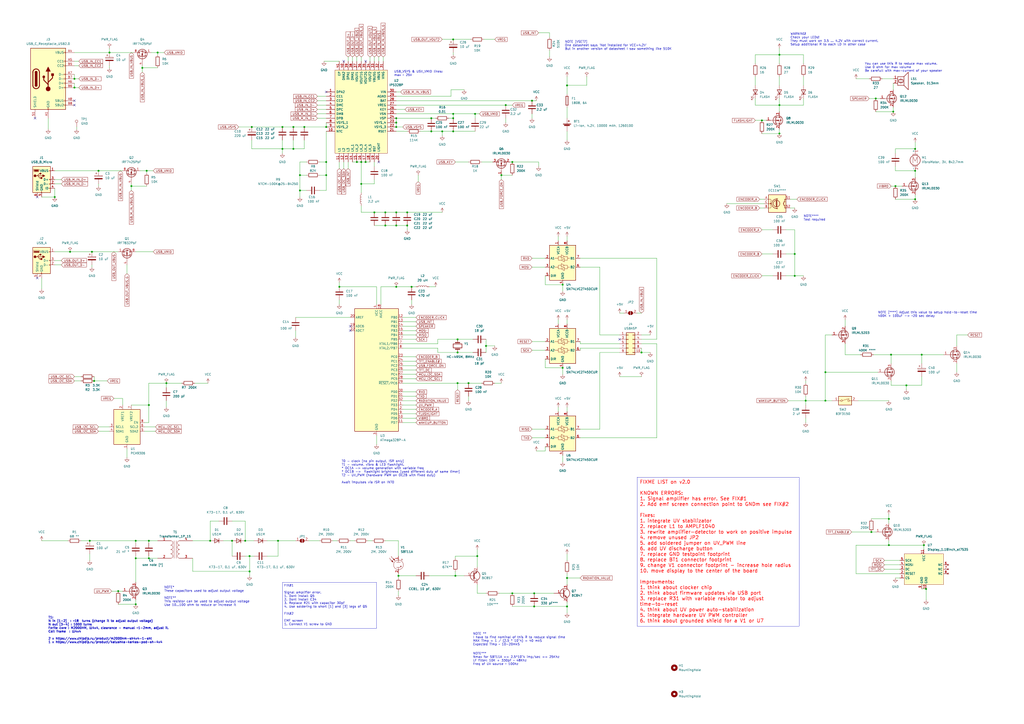
<source format=kicad_sch>
(kicad_sch (version 20230121) (generator eeschema)
  (paper "A2")
  (junction (at 43.18 45.72))
  (junction (at 452.12 31.75))
  (junction (at 78.74 350.52))
  (junction (at 326.39 213.36))
  (junction (at 170.18 73.66))
  (junction (at 229.87 166.37))
  (junction (at 196.85 166.37))
  (junction (at 328.93 49.53))
  (junction (at 530.86 99.06))
  (junction (at 461.01 160.02))
  (junction (at 212.09 93.98))
  (junction (at 144.78 331.47))
  (junction (at 229.87 71.12))
  (junction (at 229.87 68.58))
  (junction (at 256.54 76.2))
  (junction (at 275.59 66.04))
  (junction (at 264.16 334.01))
  (junction (at 238.76 166.37))
  (junction (at 217.17 123.19))
  (junction (at 86.36 234.95))
  (junction (at 146.05 73.66))
  (junction (at 508 57.15))
  (junction (at 40.64 146.05))
  (junction (at 63.5 30.48))
  (junction (at 229.87 130.81))
  (junction (at 326.39 165.1))
  (junction (at 86.36 313.69))
  (junction (at 461.01 147.32))
  (junction (at 265.43 204.47))
  (junction (at 290.83 101.6))
  (junction (at 519.43 107.95))
  (junction (at 223.52 123.19))
  (junction (at 173.99 110.49))
  (junction (at 54.61 220.98))
  (junction (at 31.75 114.3))
  (junction (at 189.23 101.6))
  (junction (at 86.36 323.85))
  (junction (at 518.16 64.77))
  (junction (at 134.62 313.69))
  (junction (at 144.78 322.58))
  (junction (at 236.22 123.19))
  (junction (at 478.79 215.9))
  (junction (at 223.52 130.81))
  (junction (at 189.23 73.66))
  (junction (at 525.78 223.52))
  (junction (at 265.43 222.25))
  (junction (at 530.86 86.36))
  (junction (at 537.21 341.63))
  (junction (at 515.62 316.23))
  (junction (at 121.92 313.69))
  (junction (at 96.52 222.25))
  (junction (at 534.67 205.74))
  (junction (at 236.22 130.81))
  (junction (at 82.55 39.37))
  (junction (at 229.87 73.66))
  (junction (at 229.87 123.19))
  (junction (at 452.12 60.96))
  (junction (at 452.12 77.47))
  (junction (at 467.36 232.41))
  (junction (at 163.83 86.36))
  (junction (at 262.89 22.86))
  (junction (at 52.07 313.69))
  (junction (at 309.88 351.79))
  (junction (at 43.18 50.8))
  (junction (at 85.09 99.06))
  (junction (at 68.58 342.9))
  (junction (at 262.89 66.04))
  (junction (at 163.83 73.66))
  (junction (at 78.74 313.69))
  (junction (at 170.18 86.36))
  (junction (at 176.53 73.66))
  (junction (at 293.37 60.96))
  (junction (at 308.61 58.42))
  (junction (at 207.01 93.98))
  (junction (at 478.79 232.41))
  (junction (at 297.18 93.98))
  (junction (at 265.43 196.85))
  (junction (at 57.15 99.06))
  (junction (at 515.62 300.99))
  (junction (at 271.78 222.25))
  (junction (at 78.74 323.85))
  (junction (at 328.93 335.28))
  (junction (at 76.2 107.95))
  (junction (at 535.94 316.23))
  (junction (at 441.96 69.85))
  (junction (at 309.88 344.17))
  (junction (at 209.55 106.68))
  (junction (at 231.14 334.01))
  (junction (at 173.99 101.6))
  (junction (at 297.18 344.17))
  (junction (at 161.29 313.69))
  (junction (at 530.86 115.57))
  (junction (at 250.19 76.2))
  (junction (at 276.86 322.58))
  (junction (at 91.44 30.48))
  (junction (at 505.46 308.61))
  (junction (at 53.34 146.05))
  (junction (at 250.19 68.58))
  (junction (at 262.89 76.2))
  (junction (at 328.93 351.79))
  (junction (at 281.94 200.66))
  (junction (at 516.89 205.74))
  (junction (at 189.23 93.98))
  (junction (at 372.11 204.47))
  (junction (at 142.24 313.69))
  (junction (at 262.89 68.58))
  (junction (at 209.55 93.98))
  (no_connect (at 203.2 191.77))
  (no_connect (at 199.39 35.56))
  (no_connect (at 21.59 114.3))
  (no_connect (at 219.71 93.98))
  (no_connect (at 203.2 189.23))
  (no_connect (at 212.09 35.56))
  (no_connect (at 43.18 58.42))
  (no_connect (at 43.18 60.96))
  (no_connect (at 21.59 161.29))
  (no_connect (at 189.23 53.34))
  (no_connect (at 359.41 196.85))
  (no_connect (at 20.32 68.58))
  (wire (pts (xy 262.89 76.2) (xy 275.59 76.2)))
  (wire (pts (xy 76.2 234.95) (xy 86.36 234.95)))
  (wire (pts (xy 173.99 101.6) (xy 177.8 101.6)))
  (wire (pts (xy 209.55 93.98) (xy 212.09 93.98)))
  (wire (pts (xy 189.23 93.98) (xy 189.23 101.6)))
  (wire (pts (xy 530.86 82.55) (xy 530.86 86.36)))
  (wire (pts (xy 52.07 313.69) (xy 78.74 313.69)))
  (wire (pts (xy 223.52 130.81) (xy 229.87 130.81)))
  (wire (pts (xy 233.68 234.95) (xy 241.3 234.95)))
  (wire (pts (xy 78.74 146.05) (xy 88.9 146.05)))
  (wire (pts (xy 189.23 76.2) (xy 189.23 93.98)))
  (wire (pts (xy 254 204.47) (xy 265.43 204.47)))
  (wire (pts (xy 113.03 222.25) (xy 120.65 222.25)))
  (wire (pts (xy 326.39 264.16) (xy 326.39 267.97)))
  (wire (pts (xy 248.92 334.01) (xy 264.16 334.01)))
  (wire (pts (xy 521.97 325.12) (xy 513.08 325.12)))
  (wire (pts (xy 185.42 93.98) (xy 189.23 93.98)))
  (wire (pts (xy 290.83 101.6) (xy 290.83 104.14)))
  (wire (pts (xy 328.93 335.28) (xy 336.55 335.28)))
  (wire (pts (xy 530.86 99.06) (xy 530.86 102.87)))
  (wire (pts (xy 222.25 33.02) (xy 222.25 35.56)))
  (wire (pts (xy 196.85 173.99) (xy 196.85 176.53)))
  (wire (pts (xy 243.84 76.2) (xy 250.19 76.2)))
  (wire (pts (xy 311.15 261.62) (xy 316.23 261.62)))
  (wire (pts (xy 43.18 35.56) (xy 45.72 35.56)))
  (wire (pts (xy 43.18 38.1) (xy 45.72 38.1)))
  (wire (pts (xy 78.74 323.85) (xy 86.36 323.85)))
  (wire (pts (xy 229.87 60.96) (xy 293.37 60.96)))
  (wire (pts (xy 43.18 218.44) (xy 46.99 218.44)))
  (wire (pts (xy 233.68 227.33) (xy 241.3 227.33)))
  (wire (pts (xy 196.85 93.98) (xy 196.85 97.79)))
  (wire (pts (xy 31.75 146.05) (xy 40.64 146.05)))
  (wire (pts (xy 87.63 30.48) (xy 91.44 30.48)))
  (wire (pts (xy 241.3 166.37) (xy 238.76 166.37)))
  (wire (pts (xy 505.46 300.99) (xy 515.62 300.99)))
  (wire (pts (xy 505.46 308.61) (xy 508 308.61)))
  (wire (pts (xy 256.54 76.2) (xy 256.54 78.74)))
  (wire (pts (xy 217.17 104.14) (xy 217.17 106.68)))
  (wire (pts (xy 280.67 22.86) (xy 287.02 22.86)))
  (wire (pts (xy 78.74 323.85) (xy 78.74 337.82)))
  (wire (pts (xy 189.23 71.12) (xy 189.23 73.66)))
  (wire (pts (xy 516.89 107.95) (xy 519.43 107.95)))
  (wire (pts (xy 78.74 313.69) (xy 78.74 314.96)))
  (wire (pts (xy 515.62 298.45) (xy 515.62 300.99)))
  (wire (pts (xy 207.01 93.98) (xy 209.55 93.98)))
  (wire (pts (xy 111.76 331.47) (xy 144.78 331.47)))
  (wire (pts (xy 308.61 66.04) (xy 308.61 68.58)))
  (wire (pts (xy 440.69 115.57) (xy 443.23 115.57)))
  (wire (pts (xy 220.98 166.37) (xy 220.98 176.53)))
  (wire (pts (xy 196.85 163.83) (xy 196.85 166.37)))
  (wire (pts (xy 328.93 351.79) (xy 328.93 355.6)))
  (wire (pts (xy 461.01 147.32) (xy 461.01 160.02)))
  (wire (pts (xy 233.68 219.71) (xy 241.3 219.71)))
  (wire (pts (xy 262.89 66.04) (xy 262.89 68.58)))
  (wire (pts (xy 218.44 166.37) (xy 196.85 166.37)))
  (wire (pts (xy 256.54 76.2) (xy 262.89 76.2)))
  (wire (pts (xy 438.15 60.96) (xy 452.12 60.96)))
  (wire (pts (xy 154.94 313.69) (xy 161.29 313.69)))
  (wire (pts (xy 142.24 322.58) (xy 144.78 322.58)))
  (wire (pts (xy 144.78 322.58) (xy 147.32 322.58)))
  (wire (pts (xy 309.88 351.79) (xy 328.93 351.79)))
  (wire (pts (xy 31.75 106.68) (xy 35.56 106.68)))
  (wire (pts (xy 217.17 33.02) (xy 217.17 35.56)))
  (wire (pts (xy 508 57.15) (xy 510.54 57.15)))
  (wire (pts (xy 57.15 106.68) (xy 57.15 107.95)))
  (wire (pts (xy 209.55 93.98) (xy 209.55 106.68)))
  (wire (pts (xy 134.62 302.26) (xy 142.24 302.26)))
  (wire (pts (xy 144.78 322.58) (xy 144.78 331.47)))
  (wire (pts (xy 554.99 210.82) (xy 554.99 215.9)))
  (wire (pts (xy 458.47 115.57) (xy 462.28 115.57)))
  (wire (pts (xy 248.92 166.37) (xy 252.73 166.37)))
  (wire (pts (xy 438.15 31.75) (xy 452.12 31.75)))
  (wire (pts (xy 519.43 96.52) (xy 519.43 99.06)))
  (wire (pts (xy 209.55 33.02) (xy 209.55 35.56)))
  (wire (pts (xy 229.87 66.04) (xy 262.89 66.04)))
  (wire (pts (xy 316.23 213.36) (xy 326.39 213.36)))
  (wire (pts (xy 525.78 223.52) (xy 534.67 223.52)))
  (wire (pts (xy 262.89 66.04) (xy 275.59 66.04)))
  (wire (pts (xy 519.43 107.95) (xy 523.24 107.95)))
  (wire (pts (xy 478.79 194.31) (xy 478.79 215.9)))
  (wire (pts (xy 86.36 313.69) (xy 86.36 314.96)))
  (wire (pts (xy 217.17 123.19) (xy 223.52 123.19)))
  (wire (pts (xy 129.54 313.69) (xy 134.62 313.69)))
  (wire (pts (xy 144.78 331.47) (xy 144.78 334.01)))
  (wire (pts (xy 250.19 68.58) (xy 252.73 68.58)))
  (wire (pts (xy 328.93 349.25) (xy 328.93 351.79)))
  (wire (pts (xy 73.66 153.67) (xy 73.66 158.75)))
  (wire (pts (xy 242.57 101.6) (xy 242.57 105.41)))
  (wire (pts (xy 290.83 101.6) (xy 297.18 101.6)))
  (wire (pts (xy 359.41 199.39) (xy 336.55 199.39)))
  (wire (pts (xy 96.52 222.25) (xy 96.52 224.79)))
  (wire (pts (xy 184.15 55.88) (xy 189.23 55.88)))
  (wire (pts (xy 82.55 39.37) (xy 91.44 39.37)))
  (wire (pts (xy 213.36 313.69) (xy 215.9 313.69)))
  (wire (pts (xy 105.41 222.25) (xy 96.52 222.25)))
  (wire (pts (xy 219.71 33.02) (xy 219.71 35.56)))
  (wire (pts (xy 43.18 50.8) (xy 45.72 50.8)))
  (wire (pts (xy 316.23 208.28) (xy 316.23 213.36)))
  (wire (pts (xy 511.81 45.72) (xy 518.16 45.72)))
  (wire (pts (xy 264.16 323.85) (xy 264.16 322.58)))
  (wire (pts (xy 173.99 101.6) (xy 173.99 110.49)))
  (wire (pts (xy 516.89 220.98) (xy 516.89 223.52)))
  (wire (pts (xy 372.11 201.93) (xy 372.11 204.47)))
  (wire (pts (xy 254 199.39) (xy 254 196.85)))
  (wire (pts (xy 54.61 218.44) (xy 54.61 220.98)))
  (wire (pts (xy 496.57 332.74) (xy 496.57 316.23)))
  (wire (pts (xy 467.36 229.87) (xy 467.36 232.41)))
  (wire (pts (xy 275.59 66.04) (xy 275.59 68.58)))
  (wire (pts (xy 184.15 66.04) (xy 189.23 66.04)))
  (wire (pts (xy 381 199.39) (xy 381 254)))
  (wire (pts (xy 441.96 147.32) (xy 448.31 147.32)))
  (wire (pts (xy 86.36 313.69) (xy 91.44 313.69)))
  (wire (pts (xy 43.18 48.26) (xy 43.18 50.8)))
  (wire (pts (xy 233.68 240.03) (xy 241.3 240.03)))
  (wire (pts (xy 81.28 99.06) (xy 85.09 99.06)))
  (wire (pts (xy 328.93 321.31) (xy 328.93 325.12)))
  (wire (pts (xy 381 149.86) (xy 336.55 149.86)))
  (wire (pts (xy 64.77 342.9) (xy 68.58 342.9)))
  (wire (pts (xy 134.62 313.69) (xy 134.62 322.58)))
  (wire (pts (xy 189.23 110.49) (xy 185.42 110.49)))
  (wire (pts (xy 318.77 19.05) (xy 318.77 21.59)))
  (wire (pts (xy 73.66 260.35) (xy 73.66 265.43)))
  (wire (pts (xy 316.23 160.02) (xy 316.23 165.1)))
  (wire (pts (xy 63.5 38.1) (xy 63.5 39.37)))
  (wire (pts (xy 201.93 33.02) (xy 201.93 35.56)))
  (wire (pts (xy 31.75 104.14) (xy 35.56 104.14)))
  (wire (pts (xy 233.68 191.77) (xy 241.3 191.77)))
  (wire (pts (xy 96.52 232.41) (xy 96.52 236.22)))
  (wire (pts (xy 173.99 110.49) (xy 177.8 110.49)))
  (wire (pts (xy 83.82 250.19) (xy 90.17 250.19)))
  (wire (pts (xy 554.99 194.31) (xy 561.34 194.31)))
  (wire (pts (xy 281.94 200.66) (xy 287.02 200.66)))
  (wire (pts (xy 43.18 30.48) (xy 63.5 30.48)))
  (wire (pts (xy 308.61 254) (xy 316.23 254)))
  (wire (pts (xy 438.15 57.15) (xy 438.15 60.96)))
  (wire (pts (xy 218.44 176.53) (xy 218.44 166.37)))
  (wire (pts (xy 238.76 166.37) (xy 229.87 166.37)))
  (wire (pts (xy 323.85 185.42) (xy 323.85 187.96)))
  (wire (pts (xy 233.68 237.49) (xy 241.3 237.49)))
  (wire (pts (xy 223.52 313.69) (xy 231.14 313.69)))
  (wire (pts (xy 265.43 222.25) (xy 271.78 222.25)))
  (wire (pts (xy 297.18 93.98) (xy 312.42 93.98)))
  (wire (pts (xy 336.55 201.93) (xy 359.41 201.93)))
  (wire (pts (xy 441.96 69.85) (xy 444.5 69.85)))
  (wire (pts (xy 504.19 57.15) (xy 508 57.15)))
  (wire (pts (xy 176.53 81.28) (xy 176.53 86.36)))
  (wire (pts (xy 289.56 344.17) (xy 297.18 344.17)))
  (wire (pts (xy 521.97 330.2) (xy 513.08 330.2)))
  (wire (pts (xy 490.22 205.74) (xy 499.11 205.74)))
  (wire (pts (xy 381 199.39) (xy 372.11 199.39)))
  (wire (pts (xy 372.11 194.31) (xy 377.19 194.31)))
  (wire (pts (xy 217.17 93.98) (xy 217.17 96.52)))
  (wire (pts (xy 189.23 101.6) (xy 189.23 110.49)))
  (wire (pts (xy 323.85 137.16) (xy 323.85 139.7)))
  (wire (pts (xy 466.09 60.96) (xy 466.09 57.15)))
  (wire (pts (xy 261.62 52.07) (xy 269.24 52.07)))
  (wire (pts (xy 83.82 247.65) (xy 90.17 247.65)))
  (wire (pts (xy 328.93 137.16) (xy 328.93 139.7)))
  (wire (pts (xy 31.75 153.67) (xy 35.56 153.67)))
  (wire (pts (xy 328.93 335.28) (xy 328.93 339.09)))
  (wire (pts (xy 496.57 316.23) (xy 515.62 316.23)))
  (wire (pts (xy 223.52 123.19) (xy 229.87 123.19)))
  (wire (pts (xy 537.21 341.63) (xy 537.21 347.98)))
  (wire (pts (xy 27.94 68.58) (xy 27.94 74.93)))
  (wire (pts (xy 328.93 49.53) (xy 328.93 54.61)))
  (wire (pts (xy 31.75 151.13) (xy 35.56 151.13)))
  (wire (pts (xy 236.22 123.19) (xy 256.54 123.19)))
  (wire (pts (xy 146.05 86.36) (xy 163.83 86.36)))
  (wire (pts (xy 308.61 248.92) (xy 316.23 248.92)))
  (wire (pts (xy 233.68 199.39) (xy 254 199.39)))
  (wire (pts (xy 163.83 86.36) (xy 170.18 86.36)))
  (wire (pts (xy 53.34 153.67) (xy 53.34 154.94)))
  (wire (pts (xy 452.12 74.93) (xy 452.12 77.47)))
  (wire (pts (xy 233.68 209.55) (xy 241.3 209.55)))
  (wire (pts (xy 82.55 39.37) (xy 82.55 41.91)))
  (wire (pts (xy 276.86 339.09) (xy 276.86 344.17)))
  (wire (pts (xy 494.03 308.61) (xy 505.46 308.61)))
  (wire (pts (xy 264.16 331.47) (xy 264.16 334.01)))
  (wire (pts (xy 308.61 58.42) (xy 311.15 58.42)))
  (wire (pts (xy 312.42 19.05) (xy 318.77 19.05)))
  (wire (pts (xy 515.62 300.99) (xy 515.62 303.53)))
  (wire (pts (xy 534.67 205.74) (xy 534.67 210.82)))
  (wire (pts (xy 173.99 110.49) (xy 173.99 114.3)))
  (wire (pts (xy 440.69 120.65) (xy 443.23 120.65)))
  (wire (pts (xy 233.68 212.09) (xy 241.3 212.09)))
  (wire (pts (xy 347.98 194.31) (xy 359.41 194.31)))
  (wire (pts (xy 381 149.86) (xy 381 196.85)))
  (wire (pts (xy 490.22 185.42) (xy 490.22 189.23)))
  (wire (pts (xy 68.58 350.52) (xy 78.74 350.52)))
  (wire (pts (xy 276.86 344.17) (xy 281.94 344.17)))
  (wire (pts (xy 76.2 107.95) (xy 76.2 110.49)))
  (wire (pts (xy 316.23 261.62) (xy 316.23 259.08)))
  (wire (pts (xy 340.36 49.53) (xy 328.93 49.53)))
  (wire (pts (xy 229.87 53.34) (xy 232.41 53.34)))
  (wire (pts (xy 256.54 22.86) (xy 262.89 22.86)))
  (wire (pts (xy 57.15 247.65) (xy 63.5 247.65)))
  (wire (pts (xy 185.42 101.6) (xy 189.23 101.6)))
  (wire (pts (xy 207.01 33.02) (xy 207.01 35.56)))
  (wire (pts (xy 233.68 229.87) (xy 241.3 229.87)))
  (wire (pts (xy 264.16 93.98) (xy 271.78 93.98)))
  (wire (pts (xy 438.15 69.85) (xy 441.96 69.85)))
  (wire (pts (xy 229.87 166.37) (xy 220.98 166.37)))
  (wire (pts (xy 336.55 199.39) (xy 336.55 198.12)))
  (wire (pts (xy 233.68 245.11) (xy 241.3 245.11)))
  (wire (pts (xy 467.36 234.95) (xy 467.36 232.41)))
  (wire (pts (xy 534.67 205.74) (xy 547.37 205.74)))
  (wire (pts (xy 347.98 154.94) (xy 347.98 194.31)))
  (wire (pts (xy 347.98 154.94) (xy 336.55 154.94)))
  (wire (pts (xy 516.89 223.52) (xy 525.78 223.52)))
  (wire (pts (xy 233.68 201.93) (xy 254 201.93)))
  (wire (pts (xy 229.87 68.58) (xy 250.19 68.58)))
  (wire (pts (xy 496.57 332.74) (xy 521.97 332.74)))
  (wire (pts (xy 171.45 184.15) (xy 203.2 184.15)))
  (wire (pts (xy 452.12 31.75) (xy 466.09 31.75)))
  (wire (pts (xy 138.43 73.66) (xy 146.05 73.66)))
  (wire (pts (xy 86.36 222.25) (xy 86.36 234.95)))
  (wire (pts (xy 328.93 236.22) (xy 328.93 238.76)))
  (wire (pts (xy 530.86 113.03) (xy 530.86 115.57)))
  (wire (pts (xy 233.68 186.69) (xy 241.3 186.69)))
  (wire (pts (xy 170.18 81.28) (xy 170.18 86.36)))
  (wire (pts (xy 478.79 194.31) (xy 482.6 194.31)))
  (wire (pts (xy 233.68 222.25) (xy 265.43 222.25)))
  (wire (pts (xy 31.75 114.3) (xy 31.75 109.22)))
  (wire (pts (xy 53.34 146.05) (xy 68.58 146.05)))
  (wire (pts (xy 229.87 71.12) (xy 229.87 73.66)))
  (wire (pts (xy 91.44 30.48) (xy 91.44 31.75)))
  (wire (pts (xy 233.68 194.31) (xy 241.3 194.31)))
  (wire (pts (xy 312.42 93.98) (xy 312.42 96.52)))
  (wire (pts (xy 86.36 234.95) (xy 86.36 245.11)))
  (wire (pts (xy 515.62 313.69) (xy 515.62 316.23)))
  (wire (pts (xy 264.16 334.01) (xy 269.24 334.01)))
  (wire (pts (xy 212.09 93.98) (xy 214.63 93.98)))
  (wire (pts (xy 466.09 31.75) (xy 466.09 36.83)))
  (wire (pts (xy 184.15 58.42) (xy 189.23 58.42)))
  (wire (pts (xy 236.22 130.81) (xy 236.22 133.35)))
  (wire (pts (xy 111.76 313.69) (xy 121.92 313.69)))
  (wire (pts (xy 52.07 321.31) (xy 52.07 325.12)))
  (wire (pts (xy 176.53 73.66) (xy 189.23 73.66)))
  (wire (pts (xy 328.93 185.42) (xy 328.93 187.96)))
  (wire (pts (xy 173.99 93.98) (xy 173.99 101.6)))
  (wire (pts (xy 276.86 322.58) (xy 276.86 328.93)))
  (wire (pts (xy 441.96 160.02) (xy 448.31 160.02)))
  (wire (pts (xy 204.47 33.02) (xy 204.47 35.56)))
  (wire (pts (xy 233.68 196.85) (xy 241.3 196.85)))
  (wire (pts (xy 518.16 48.26) (xy 518.16 52.07)))
  (wire (pts (xy 54.61 220.98) (xy 62.23 220.98)))
  (wire (pts (xy 217.17 130.81) (xy 223.52 130.81)))
  (wire (pts (xy 261.62 55.88) (xy 261.62 52.07)))
  (wire (pts (xy 328.93 332.74) (xy 328.93 335.28)))
  (wire (pts (xy 170.18 86.36) (xy 176.53 86.36)))
  (wire (pts (xy 455.93 133.35) (xy 461.01 133.35)))
  (wire (pts (xy 308.61 154.94) (xy 316.23 154.94)))
  (wire (pts (xy 163.83 73.66) (xy 170.18 73.66)))
  (wire (pts (xy 231.14 342.9) (xy 231.14 345.44)))
  (wire (pts (xy 229.87 63.5) (xy 234.95 63.5)))
  (wire (pts (xy 381 254) (xy 336.55 254)))
  (wire (pts (xy 359.41 181.61) (xy 361.95 181.61)))
  (wire (pts (xy 46.99 313.69) (xy 52.07 313.69)))
  (wire (pts (xy 86.36 323.85) (xy 91.44 323.85)))
  (wire (pts (xy 534.67 218.44) (xy 534.67 223.52)))
  (wire (pts (xy 328.93 76.2) (xy 328.93 81.28)))
  (wire (pts (xy 63.5 27.94) (xy 63.5 30.48)))
  (wire (pts (xy 201.93 93.98) (xy 201.93 97.79)))
  (wire (pts (xy 372.11 196.85) (xy 381 196.85)))
  (wire (pts (xy 323.85 236.22) (xy 323.85 238.76)))
  (wire (pts (xy 336.55 203.2) (xy 336.55 201.93)))
  (wire (pts (xy 24.13 161.29) (xy 24.13 167.64)))
  (wire (pts (xy 347.98 248.92) (xy 336.55 248.92)))
  (wire (pts (xy 328.93 44.45) (xy 328.93 49.53)))
  (wire (pts (xy 231.14 332.74) (xy 231.14 334.01)))
  (wire (pts (xy 260.35 68.58) (xy 262.89 68.58)))
  (wire (pts (xy 193.04 313.69) (xy 195.58 313.69)))
  (wire (pts (xy 293.37 60.96) (xy 297.18 60.96)))
  (wire (pts (xy 535.94 316.23) (xy 535.94 318.77)))
  (wire (pts (xy 467.36 242.57) (xy 467.36 245.11)))
  (wire (pts (xy 455.93 147.32) (xy 461.01 147.32)))
  (wire (pts (xy 254 201.93) (xy 254 204.47)))
  (wire (pts (xy 24.13 114.3) (xy 31.75 114.3)))
  (wire (pts (xy 519.43 335.28) (xy 521.97 335.28)))
  (wire (pts (xy 265.43 222.25) (xy 265.43 226.06)))
  (wire (pts (xy 452.12 31.75) (xy 452.12 36.83)))
  (wire (pts (xy 199.39 93.98) (xy 199.39 97.79)))
  (wire (pts (xy 297.18 344.17) (xy 309.88 344.17)))
  (wire (pts (xy 233.68 189.23) (xy 241.3 189.23)))
  (wire (pts (xy 85.09 99.06) (xy 85.09 100.33)))
  (wire (pts (xy 262.89 22.86) (xy 273.05 22.86)))
  (wire (pts (xy 262.89 30.48) (xy 262.89 31.75)))
  (wire (pts (xy 184.15 68.58) (xy 189.23 68.58)))
  (wire (pts (xy 43.18 220.98) (xy 46.99 220.98)))
  (wire (pts (xy 554.99 194.31) (xy 554.99 200.66)))
  (wire (pts (xy 204.47 93.98) (xy 207.01 93.98)))
  (wire (pts (xy 281.94 200.66) (xy 281.94 204.47)))
  (wire (pts (xy 76.2 107.95) (xy 85.09 107.95)))
  (wire (pts (xy 516.89 205.74) (xy 516.89 210.82)))
  (wire (pts (xy 82.55 38.1) (xy 82.55 39.37)))
  (wire (pts (xy 461.01 133.35) (xy 461.01 147.32)))
  (wire (pts (xy 68.58 342.9) (xy 71.12 342.9)))
  (wire (pts (xy 518.16 62.23) (xy 518.16 64.77)))
  (wire (pts (xy 78.74 322.58) (xy 78.74 323.85)))
  (wire (pts (xy 458.47 120.65) (xy 461.01 120.65)))
  (wire (pts (xy 466.09 44.45) (xy 466.09 49.53)))
  (wire (pts (xy 85.09 99.06) (xy 88.9 99.06)))
  (wire (pts (xy 229.87 73.66) (xy 233.68 73.66)))
  (wire (pts (xy 359.41 218.44) (xy 372.11 218.44)))
  (wire (pts (xy 519.43 115.57) (xy 530.86 115.57)))
  (wire (pts (xy 295.91 93.98) (xy 297.18 93.98)))
  (wire (pts (xy 177.8 93.98) (xy 173.99 93.98)))
  (wire (pts (xy 184.15 63.5) (xy 189.23 63.5)))
  (wire (pts (xy 326.39 213.36) (xy 326.39 217.17)))
  (wire (pts (xy 519.43 99.06) (xy 530.86 99.06)))
  (wire (pts (xy 254 196.85) (xy 265.43 196.85)))
  (wire (pts (xy 271.78 222.25) (xy 279.4 222.25)))
  (wire (pts (xy 521.97 327.66) (xy 513.08 327.66)))
  (wire (pts (xy 86.36 245.11) (xy 83.82 245.11)))
  (wire (pts (xy 452.12 60.96) (xy 452.12 64.77)))
  (wire (pts (xy 516.89 205.74) (xy 534.67 205.74)))
  (wire (pts (xy 467.36 232.41) (xy 478.79 232.41)))
  (wire (pts (xy 372.11 204.47) (xy 377.19 204.47)))
  (wire (pts (xy 161.29 322.58) (xy 154.94 322.58)))
  (wire (pts (xy 441.96 133.35) (xy 448.31 133.35)))
  (wire (pts (xy 161.29 313.69) (xy 161.29 322.58)))
  (wire (pts (xy 217.17 106.68) (xy 209.55 106.68)))
  (wire (pts (xy 187.96 35.56) (xy 196.85 35.56)))
  (wire (pts (xy 231.14 334.01) (xy 231.14 335.28)))
  (wire (pts (xy 233.68 232.41) (xy 241.3 232.41)))
  (wire (pts (xy 478.79 215.9) (xy 509.27 215.9)))
  (wire (pts (xy 57.15 250.19) (xy 63.5 250.19)))
  (wire (pts (xy 78.74 313.69) (xy 86.36 313.69)))
  (wire (pts (xy 281.94 196.85) (xy 281.94 200.66)))
  (wire (pts (xy 146.05 73.66) (xy 163.83 73.66)))
  (wire (pts (xy 233.68 207.01) (xy 241.3 207.01)))
  (wire (pts (xy 43.18 43.18) (xy 43.18 45.72)))
  (wire (pts (xy 347.98 204.47) (xy 359.41 204.47)))
  (wire (pts (xy 44.45 73.66) (xy 44.45 74.93)))
  (wire (pts (xy 441.96 77.47) (xy 452.12 77.47)))
  (wire (pts (xy 66.04 231.14) (xy 71.12 231.14)))
  (wire (pts (xy 525.78 223.52) (xy 525.78 226.06)))
  (wire (pts (xy 218.44 252.73) (xy 218.44 257.81)))
  (wire (pts (xy 293.37 68.58) (xy 293.37 71.12)))
  (wire (pts (xy 142.24 302.26) (xy 142.24 313.69)))
  (wire (pts (xy 142.24 313.69) (xy 147.32 313.69)))
  (wire (pts (xy 233.68 214.63) (xy 241.3 214.63)))
  (wire (pts (xy 63.5 30.48) (xy 77.47 30.48)))
  (wire (pts (xy 209.55 106.68) (xy 209.55 111.76)))
  (wire (pts (xy 421.64 118.11) (xy 443.23 118.11)))
  (wire (pts (xy 340.36 44.45) (xy 340.36 49.53)))
  (wire (pts (xy 161.29 313.69) (xy 171.45 313.69)))
  (wire (pts (xy 369.57 181.61) (xy 372.11 181.61)))
  (wire (pts (xy 478.79 215.9) (xy 478.79 232.41)))
  (wire (pts (xy 467.36 220.98) (xy 467.36 222.25)))
  (wire (pts (xy 171.45 191.77) (xy 171.45 195.58)))
  (wire (pts (xy 519.43 88.9) (xy 519.43 86.36)))
  (wire (pts (xy 276.86 318.77) (xy 276.86 322.58)))
  (wire (pts (xy 478.79 232.41) (xy 482.6 232.41)))
  (wire (pts (xy 265.43 204.47) (xy 274.32 204.47)))
  (wire (pts (xy 452.12 44.45) (xy 452.12 49.53)))
  (wire (pts (xy 127 302.26) (xy 121.92 302.26)))
  (wire (pts (xy 287.02 222.25) (xy 290.83 222.25)))
  (wire (pts (xy 179.07 313.69) (xy 185.42 313.69)))
  (wire (pts (xy 318.77 29.21) (xy 318.77 33.02)))
  (wire (pts (xy 309.88 344.17) (xy 321.31 344.17)))
  (wire (pts (xy 328.93 62.23) (xy 328.93 68.58)))
  (wire (pts (xy 326.39 165.1) (xy 326.39 168.91)))
  (wire (pts (xy 233.68 217.17) (xy 241.3 217.17)))
  (wire (pts (xy 452.12 57.15) (xy 452.12 60.96)))
  (wire (pts (xy 508 64.77) (xy 518.16 64.77)))
  (wire (pts (xy 229.87 76.2) (xy 236.22 76.2)))
  (wire (pts (xy 452.12 60.96) (xy 466.09 60.96)))
  (wire (pts (xy 163.83 81.28) (xy 163.83 86.36)))
  (wire (pts (xy 461.01 160.02) (xy 466.09 160.02)))
  (wire (pts (xy 308.61 149.86) (xy 316.23 149.86)))
  (wire (pts (xy 229.87 55.88) (xy 261.62 55.88)))
  (wire (pts (xy 57.15 99.06) (xy 71.12 99.06)))
  (wire (pts (xy 438.15 44.45) (xy 438.15 49.53)))
  (wire (pts (xy 111.76 331.47) (xy 111.76 323.85)))
  (wire (pts (xy 91.44 30.48) (xy 95.25 30.48)))
  (wire (pts (xy 308.61 203.2) (xy 316.23 203.2)))
  (wire (pts (xy 229.87 130.81) (xy 236.22 130.81)))
  (wire (pts (xy 121.92 302.26) (xy 121.92 313.69)))
  (wire (pts (xy 231.14 322.58) (xy 231.14 313.69)))
  (wire (pts (xy 490.22 199.39) (xy 490.22 205.74)))
  (wire (pts (xy 184.15 60.96) (xy 189.23 60.96)))
  (wire (pts (xy 96.52 222.25) (xy 86.36 222.25)))
  (wire (pts (xy 214.63 33.02) (xy 214.63 35.56)))
  (wire (pts (xy 231.14 334.01) (xy 241.3 334.01)))
  (wire (pts (xy 308.61 198.12) (xy 316.23 198.12)))
  (wire (pts (xy 534.67 341.63) (xy 537.21 341.63)))
  (wire (pts (xy 515.62 316.23) (xy 535.94 316.23)))
  (wire (pts (xy 203.2 313.69) (xy 205.74 313.69)))
  (wire (pts (xy 209.55 123.19) (xy 217.17 123.19)))
  (wire (pts (xy 506.73 205.74) (xy 516.89 205.74)))
  (wire (pts (xy 40.64 146.05) (xy 53.34 146.05)))
  (wire (pts (xy 170.18 73.66) (xy 176.53 73.66)))
  (wire (pts (xy 86.36 322.58) (xy 86.36 323.85)))
  (wire (pts (xy 31.75 99.06) (xy 57.15 99.06)))
  (wire (pts (xy 497.84 232.41) (xy 515.62 232.41)))
  (wire (pts (xy 275.59 66.04) (xy 278.13 66.04)))
  (wire (pts (xy 209.55 119.38) (xy 209.55 123.19)))
  (wire (pts (xy 43.18 45.72) (xy 45.72 45.72)))
  (wire (pts (xy 233.68 242.57) (xy 241.3 242.57)))
  (wire (pts (xy 455.93 160.02) (xy 461.01 160.02)))
  (wire (pts (xy 238.76 173.99) (xy 238.76 176.53)))
  (wire (pts (xy 250.19 76.2) (xy 256.54 76.2)))
  (wire (pts (xy 457.2 232.41) (xy 467.36 232.41)))
  (wire (pts (xy 78.74 347.98) (xy 78.74 350.52)))
  (wire (pts (xy 146.05 81.28) (xy 146.05 86.36)))
  (wire (pts (xy 229.87 58.42) (xy 308.61 58.42)))
  (wire (pts (xy 519.43 86.36) (xy 530.86 86.36)))
  (wire (pts (xy 496.57 45.72) (xy 504.19 45.72)))
  (wire (pts (xy 229.87 123.19) (xy 236.22 123.19)))
  (wire (pts (xy 264.16 322.58) (xy 276.86 322.58)))
  (wire (pts (xy 265.43 196.85) (xy 274.32 196.85)))
  (wire (pts (xy 233.68 184.15) (xy 241.3 184.15)))
  (wire (pts (xy 76.2 106.68) (xy 76.2 107.95)))
  (wire (pts (xy 271.78 229.87) (xy 271.78 232.41)))
  (wire (pts (xy 71.12 231.14) (xy 71.12 234.95)))
  (wire (pts (xy 452.12 27.94) (xy 452.12 31.75)))
  (wire (pts (xy 24.13 313.69) (xy 39.37 313.69)))
  (wire (pts (xy 163.83 86.36) (xy 163.83 88.9)))
  (wire (pts (xy 229.87 68.58) (xy 229.87 71.12)))
  (wire (pts (xy 297.18 351.79) (xy 309.88 351.79)))
  (wire (pts (xy 279.4 93.98) (xy 285.75 93.98)))
  (wire (pts (xy 438.15 31.75) (xy 438.15 36.83)))
  (wire (pts (xy 316.23 165.1) (xy 326.39 165.1)))
  (wire (pts (xy 347.98 204.47) (xy 347.98 248.92)))
  (text_box "FIXME LIST on v2.0\n\nKNOWN ERRORS:\n1. Signal amplifier has error. See FIX#1\n2. Add emf screen connection point to GNDm see FIX#2\n\nFixes:\n1. integrate UV stabilizator\n2. replace L1 to AMPLF1040\n3. rewrite amplifier-detector to work on positive impulse\n4. remove unused JP2\n5. add soldered jumper on UV_PWM line\n6. add UV discharge button\n7. replace GND testpoint footprint\n8. replace BT1 connector footprint\n9. change V1 connector footprint - increase hole radius\n10. move display to the center of the board\n\nImprovments:\n1. think about clocker chip\n2. think about firmware updates via USB port\n3. replace R31 with variable resistor to adjust time-to-reset\n4. think about UV power auto-stabilization\n5. integrate hardware UV PWM controller\n6. think about grounded shield for a V1 or U7" (at 369.57 276.86 0) (size 93.98 86.36) (fill (type color) (color 255 255 255 1)) (effects (font (size 2 2) (thickness 0.254) bold) (justify left top)))
  (text_box "FIX#1\n\nSignal amplifier error.\n1. Dont install Q5\n2. Dont install C34\n3. Replace R21 with capacitor 30pF\n4. Use soldering to short [1] and [3] legs of Q5\n\nFIX#2\n\nEMF screen\n1. Connect V1 screw to GND" (at 163.83 337.82 0) (size 54.61 26.67) (fill (type color) (color 255 255 255 1)) (effects (font (size 1.27 1.27)) (justify left top)))
  (text "NOTE****\nTest required" (at 466.09 128.27 0) (effects (font (size 1.27 1.27)) (justify left bottom)))
  (text "NOTE [****] Adjust this value to setup hold-to-reset time\n400K + 100uF -> ~20 sec delay" (at 509.27 184.15 0) (effects (font (size 1.27 1.27)) (justify left bottom)))
  (text "T0 - clock [no pin output, ISR only]\nT1 - volume, vibro & LED flashlight.\n* OC1A -> volume generation with variable freq\n* OC1B ->  flashlight brightness [used different duty of same timer]\nT2 - UV_PWM (hardware PWM on OC2B with fixed duty)\n\nAwait impulses via ISR on INT0\n" (at 198.12 280.67 0) (effects (font (size 1.27 1.27)) (justify left bottom)))
  (text "NOTE***\nNmax for SBT11A == 2.5*10^4 imp/sec == 25Khz\nLF filter: 10K + 330pF ~ 48Khz\nFreq of UV source ~ 100hz" (at 274.32 386.08 0) (effects (font (size 1.27 1.27)) (justify left bottom)))
  (text "NOTE **\nI have to find nominal of this R to reduce signal time\nMAX Timp = 1 / (2.5 * 10^4) = 40 mkS\nExpected Timp ~ 10-20mkS" (at 274.32 374.65 0) (effects (font (size 1.27 1.27)) (justify left bottom)))
  (text "T1:\nN in [1-2]  : ~18  turns (change it to adjust output voltage)\nN out [3-4] : 1000 turns\nFerite core : М2000НМ, Ш4х4, clearance - manual ~1-2mm, adjust it. \nCoil frame  : Ш4х4 \n\n2 x https://www.chipdip.ru/product/m2000nm-sh4x4-1-sht\n1 x https://www.chipdip.ru/product/katushka-karkas-pod-sh-4x4" (at 27.94 373.38 0) (effects (font (size 1.27 1.27) (thickness 0.254) bold) (justify left bottom)))
  (text "NOTE*\nThese capacitors used to adjust output voltage\n\nNOTE**\nThis resistor can be used to adjust output voltage\nUse 10...100 ohm to reduce or increase it" (at 95.25 351.79 0) (effects (font (size 1.27 1.27)) (justify left bottom)))
  (text "WARNING!\nCheck your LEDs!\nThey must work on 3.5 ... 4.2V with correct current.\nSetup additional R to each LD in other case" (at 458.47 26.67 0) (effects (font (size 1.27 1.27)) (justify left bottom)))
  (text "You can use this R to reduce max volume.\nUse 0 ohm for max volume\nBe carefull with max-current of your speaker" (at 501.65 41.91 0) (effects (font (size 1.27 1.27)) (justify left bottom)))
  (text "NOTE [VSET?]\nOne datasheet says 'Not installed for VCC=4.2V'\nBut in another version of datasheet I saw something like 510K" (at 327.66 29.21 0) (effects (font (size 1.27 1.27)) (justify left bottom)))
  (text "USB_VSYS & USV_VMID lines:\nmax ~ 25V" (at 228.6 44.45 0) (effects (font (size 1.27 1.27)) (justify left bottom)))
  (global_label "TFT_DC" (shape input) (at 513.08 330.2 180) (property "Intersheetrefs" "${INTERSHEET_REFS}" (effects hide)))
  (global_label "WAKEUP_BUTTON" (shape input) (at 241.3 245.11 0) (property "Intersheetrefs" "${INTERSHEET_REFS}" (effects hide)))
  (global_label "SCK" (shape input) (at 241.3 196.85 0) (property "Intersheetrefs" "${INTERSHEET_REFS}" (effects hide)))
  (global_label "ENCODER_CLICK" (shape input) (at 441.96 160.02 180) (property "Intersheetrefs" "${INTERSHEET_REFS}" (effects hide)))
  (global_label "SCK" (shape input) (at 308.61 203.2 180) (property "Intersheetrefs" "${INTERSHEET_REFS}" (effects hide)))
  (global_label "USB_OUT_D+" (shape input) (at 35.56 151.13 0) (property "Intersheetrefs" "${INTERSHEET_REFS}" (effects hide)))
  (global_label "USB_INT" (shape input) (at 312.42 19.05 180) (property "Intersheetrefs" "${INTERSHEET_REFS}" (effects hide)))
  (global_label "USB_OUT_VBUS_G" (shape input) (at 209.55 33.02 90) (property "Intersheetrefs" "${INTERSHEET_REFS}" (effects hide)))
  (global_label "RXD" (shape input) (at 308.61 149.86 180) (property "Intersheetrefs" "${INTERSHEET_REFS}" (effects hide)))
  (global_label "MCU_I2C_SCL" (shape input) (at 90.17 247.65 0) (property "Intersheetrefs" "${INTERSHEET_REFS}" (effects hide)))
  (global_label "USB_IN_VBUS" (shape input) (at 372.11 181.61 90) (property "Intersheetrefs" "${INTERSHEET_REFS}" (effects hide)))
  (global_label "MISO" (shape input) (at 241.3 194.31 0) (property "Intersheetrefs" "${INTERSHEET_REFS}" (effects hide)))
  (global_label "MOSI" (shape input) (at 513.08 327.66 180) (property "Intersheetrefs" "${INTERSHEET_REFS}" (effects hide)))
  (global_label "RESET" (shape input) (at 308.61 198.12 180) (property "Intersheetrefs" "${INTERSHEET_REFS}" (effects hide)))
  (global_label "VIBRO" (shape input) (at 516.89 107.95 180) (property "Intersheetrefs" "${INTERSHEET_REFS}" (effects hide)))
  (global_label "USB_I2C_SCL" (shape input) (at 43.18 218.44 180) (property "Intersheetrefs" "${INTERSHEET_REFS}" (effects hide)))
  (global_label "MCU_I2C_SDA" (shape input) (at 90.17 250.19 0) (property "Intersheetrefs" "${INTERSHEET_REFS}" (effects hide)))
  (global_label "RESET" (shape input) (at 561.34 194.31 0) (property "Intersheetrefs" "${INTERSHEET_REFS}" (effects hide)))
  (global_label "VREG" (shape input) (at 287.02 22.86 0) (property "Intersheetrefs" "${INTERSHEET_REFS}" (effects hide)))
  (global_label "USB_OUT_VBUS" (shape input) (at 66.04 146.05 270) (property "Intersheetrefs" "${INTERSHEET_REFS}" (effects hide)))
  (global_label "USB_M_IN_VBUS_G" (shape input) (at 76.2 110.49 270) (property "Intersheetrefs" "${INTERSHEET_REFS}" (effects hide)))
  (global_label "USB_I2C_SCL" (shape input) (at 196.85 97.79 270) (property "Intersheetrefs" "${INTERSHEET_REFS}" (effects hide)))
  (global_label "TFT_DC" (shape input) (at 241.3 214.63 0) (property "Intersheetrefs" "${INTERSHEET_REFS}" (effects hide)))
  (global_label "TXD" (shape input) (at 241.3 229.87 0) (property "Intersheetrefs" "${INTERSHEET_REFS}" (effects hide)))
  (global_label "SPEAKER" (shape input) (at 241.3 189.23 0) (property "Intersheetrefs" "${INTERSHEET_REFS}" (effects hide)))
  (global_label "USB_KEY" (shape input) (at 264.16 93.98 180) (property "Intersheetrefs" "${INTERSHEET_REFS}" (effects hide)))
  (global_label "ENCODER_CLICK" (shape input) (at 462.28 115.57 0) (property "Intersheetrefs" "${INTERSHEET_REFS}" (effects hide)))
  (global_label "VREG" (shape input) (at 62.23 220.98 0) (property "Intersheetrefs" "${INTERSHEET_REFS}" (effects hide)))
  (global_label "VREG" (shape input) (at 242.57 105.41 270) (property "Intersheetrefs" "${INTERSHEET_REFS}" (effects hide)))
  (global_label "USB_OUT_D+" (shape input) (at 201.93 33.02 90) (property "Intersheetrefs" "${INTERSHEET_REFS}" (effects hide)))
  (global_label "USB_IN_CC1" (shape input) (at 184.15 55.88 180) (property "Intersheetrefs" "${INTERSHEET_REFS}" (effects hide)))
  (global_label "USB_M_IN_VBUS" (shape input) (at 232.41 53.34 0) (property "Intersheetrefs" "${INTERSHEET_REFS}" (effects hide)))
  (global_label "USB_IN_D-" (shape input) (at 45.72 45.72 0) (property "Intersheetrefs" "${INTERSHEET_REFS}" (effects hide)))
  (global_label "ENCODER_B" (shape input) (at 441.96 147.32 180) (property "Intersheetrefs" "${INTERSHEET_REFS}" (effects hide)))
  (global_label "USB_IN_CC2" (shape input) (at 45.72 38.1 0) (property "Intersheetrefs" "${INTERSHEET_REFS}" (effects hide)))
  (global_label "VREG" (shape input) (at 66.04 231.14 180) (property "Intersheetrefs" "${INTERSHEET_REFS}" (effects hide)))
  (global_label "UV_PWM" (shape input) (at 241.3 234.95 0) (property "Intersheetrefs" "${INTERSHEET_REFS}" (effects hide)))
  (global_label "VREG" (shape input) (at 297.18 60.96 0) (property "Intersheetrefs" "${INTERSHEET_REFS}" (effects hide)))
  (global_label "USB_M_IN_D+" (shape input) (at 184.15 68.58 180) (property "Intersheetrefs" "${INTERSHEET_REFS}" (effects hide)))
  (global_label "ENCODER_A" (shape input) (at 241.3 237.49 0) (property "Intersheetrefs" "${INTERSHEET_REFS}" (effects hide)))
  (global_label "USB_IN_VBUS" (shape input) (at 76.2 30.48 270) (property "Intersheetrefs" "${INTERSHEET_REFS}" (effects hide)))
  (global_label "MOSI" (shape input) (at 308.61 154.94 180) (property "Intersheetrefs" "${INTERSHEET_REFS}" (effects hide)))
  (global_label "USB_IN_VBUS_G" (shape input) (at 82.55 41.91 270) (property "Intersheetrefs" "${INTERSHEET_REFS}" (effects hide)))
  (global_label "USB_IN_CC1" (shape input) (at 45.72 35.56 0) (property "Intersheetrefs" "${INTERSHEET_REFS}" (effects hide)))
  (global_label "RXD" (shape input) (at 241.3 227.33 0) (property "Intersheetrefs" "${INTERSHEET_REFS}" (effects hide)))
  (global_label "USB_IN_VBUS" (shape input) (at 219.71 33.02 90) (property "Intersheetrefs" "${INTERSHEET_REFS}" (effects hide)))
  (global_label "USB_FORCE_ON" (shape input) (at 241.3 212.09 0) (property "Intersheetrefs" "${INTERSHEET_REFS}" (effects hide)))
  (global_label "USB_M_IN_D-" (shape input) (at 184.15 66.04 180) (property "Intersheetrefs" "${INTERSHEET_REFS}" (effects hide)))
  (global_label "RADIATION_VALUE" (shape input) (at 241.3 232.41 0) (property "Intersheetrefs" "${INTERSHEET_REFS}" (effects hide)))
  (global_label "USB_VSYS" (shape input) (at 138.43 73.66 180) (property "Intersheetrefs" "${INTERSHEET_REFS}" (effects hide)))
  (global_label "USB_VMID" (shape input) (at 88.9 99.06 0) (property "Intersheetrefs" "${INTERSHEET_REFS}" (effects hide)))
  (global_label "MOSI" (shape input) (at 241.3 191.77 0) (property "Intersheetrefs" "${INTERSHEET_REFS}" (effects hide)))
  (global_label "TXD" (shape input) (at 308.61 254 180) (property "Intersheetrefs" "${INTERSHEET_REFS}" (effects hide)))
  (global_label "ENCODER_CLICK" (shape input) (at 241.3 184.15 0) (property "Intersheetrefs" "${INTERSHEET_REFS}" (effects hide)))
  (global_label "ENCODER_A" (shape input) (at 440.69 115.57 180) (property "Intersheetrefs" "${INTERSHEET_REFS}" (effects hide)))
  (global_label "USB_OUT_D-" (shape input) (at 35.56 153.67 0) (property "Intersheetrefs" "${INTERSHEET_REFS}" (effects hide)))
  (global_label "USB_FORCE_ON" (shape input) (at 290.83 104.14 270) (property "Intersheetrefs" "${INTERSHEET_REFS}" (effects hide)))
  (global_label "USB_VMID" (shape input) (at 88.9 146.05 0) (property "Intersheetrefs" "${INTERSHEET_REFS}" (effects hide)))
  (global_label "ENCODER_B" (shape input) (at 440.69 120.65 180) (property "Intersheetrefs" "${INTERSHEET_REFS}" (effects hide)))
  (global_label "TFT_ENABLE#" (shape input) (at 494.03 308.61 180) (property "Intersheetrefs" "${INTERSHEET_REFS}" (effects hide)))
  (global_label "WAKEUP_BUTTON" (shape input) (at 457.2 232.41 180) (property "Intersheetrefs" "${INTERSHEET_REFS}" (effects hide)))
  (global_label "USB_VSYS" (shape input) (at 233.68 73.66 0) (property "Intersheetrefs" "${INTERSHEET_REFS}" (effects hide)))
  (global_label "USB_IN_D+" (shape input) (at 184.15 63.5 180) (property "Intersheetrefs" "${INTERSHEET_REFS}" (effects hide)))
  (global_label "USB_OUT_VBUS" (shape input) (at 207.01 33.02 90) (property "Intersheetrefs" "${INTERSHEET_REFS}" (effects hide)))
  (global_label "USB_OUT_D-" (shape input) (at 204.47 33.02 90) (property "Intersheetrefs" "${INTERSHEET_REFS}" (effects hide)))
  (global_label "USB_M_IN_D-" (shape input) (at 35.56 106.68 0) (property "Intersheetrefs" "${INTERSHEET_REFS}" (effects hide)))
  (global_label "USB_KEY" (shape input) (at 234.95 63.5 0) (property "Intersheetrefs" "${INTERSHEET_REFS}" (effects hide)))
  (global_label "UV_PWM" (shape input) (at 64.77 342.9 180) (property "Intersheetrefs" "${INTERSHEET_REFS}" (effects hide)))
  (global_label "USB_M_IN_VBUS" (shape input) (at 69.85 99.06 270) (property "Intersheetrefs" "${INTERSHEET_REFS}" (effects hide)))
  (global_label "MCU_I2C_SCL" (shape input) (at 241.3 219.71 0) (property "Intersheetrefs" "${INTERSHEET_REFS}" (effects hide)))
  (global_label "USB_I2C_SDA" (shape input) (at 57.15 250.19 180) (property "Intersheetrefs" "${INTERSHEET_REFS}" (effects hide)))
  (global_label "VIBRO" (shape input) (at 241.3 242.57 0) (property "Intersheetrefs" "${INTERSHEET_REFS}" (effects hide)))
  (global_label "USB_OUT_VOUT2" (shape input) (at 214.63 33.02 90) (property "Intersheetrefs" "${INTERSHEET_REFS}" (effects hide)))
  (global_label "SPEAKER" (shape input) (at 504.19 57.15 180) (property "Intersheetrefs" "${INTERSHEET_REFS}" (effects hide)))
  (global_label "USB_VMID" (shape input) (at 278.13 66.04 0) (property "Intersheetrefs" "${INTERSHEET_REFS}" (effects hide)))
  (global_label "MCU_I2C_SDA" (shape input) (at 241.3 217.17 0) (property "Intersheetrefs" "${INTERSHEET_REFS}" (effects hide)))
  (global_label "SCK" (shape input) (at 513.08 325.12 180) (property "Intersheetrefs" "${INTERSHEET_REFS}" (effects hide)))
  (global_label "ENCODER_A" (shape input) (at 441.96 133.35 180) (property "Intersheetrefs" "${INTERSHEET_REFS}" (effects hide)))
  (global_label "USB_IN_D-" (shape input) (at 184.15 60.96 180) (property "Intersheetrefs" "${INTERSHEET_REFS}" (effects hide)))
  (global_label "USB_I2C_SDA" (shape input) (at 199.39 97.79 270) (property "Intersheetrefs" "${INTERSHEET_REFS}" (effects hide)))
  (global_label "ENCODER_B" (shape input) (at 241.3 207.01 0) (property "Intersheetrefs" "${INTERSHEET_REFS}" (effects hide)))
  (global_label "USB_I2C_SCL" (shape input) (at 57.15 247.65 180) (property "Intersheetrefs" "${INTERSHEET_REFS}" (effects hide)))
  (global_label "MISO" (shape input) (at 308.61 248.92 180) (property "Intersheetrefs" "${INTERSHEET_REFS}" (effects hide)))
  (global_label "USB_IN_VBUS_G" (shape input) (at 217.17 33.02 90) (property "Intersheetrefs" "${INTERSHEET_REFS}" (effects hide)))
  (global_label "FLASHLIGHT" (shape input) (at 241.3 240.03 0) (property "Intersheetrefs" "${INTERSHEET_REFS}" (effects hide)))
  (global_label "USB_OUT_VBUS_G" (shape input) (at 73.66 158.75 270) (property "Intersheetrefs" "${INTERSHEET_REFS}" (effects hide)))
  (global_label "USB_INT" (shape input) (at 241.3 186.69 0) (property "Intersheetrefs" "${INTERSHEET_REFS}" (effects hide)))
  (global_label "FLASHLIGHT" (shape input) (at 438.15 69.85 180) (property "Intersheetrefs" "${INTERSHEET_REFS}" (effects hide)))
  (global_label "USB_VMID" (shape input) (at 95.25 30.48 0) (property "Intersheetrefs" "${INTERSHEET_REFS}" (effects hide)))
  (global_label "USB_M_IN_VBUS_G" (shape input) (at 222.25 33.02 90) (property "Intersheetrefs" "${INTERSHEET_REFS}" (effects hide)))
  (global_label "RESET" (shape input) (at 265.43 226.06 270) (property "Intersheetrefs" "${INTERSHEET_REFS}" (effects hide)))
  (global_label "USB_IN_D+" (shape input) (at 45.72 50.8 0) (property "Intersheetrefs" "${INTERSHEET_REFS}" (effects hide)))
  (global_label "USB_INT" (shape input) (at 201.93 97.79 270) (property "Intersheetrefs" "${INTERSHEET_REFS}" (effects hide)))
  (global_label "TFT_ENABLE#" (shape input) (at 241.3 209.55 0) (property "Intersheetrefs" "${INTERSHEET_REFS}" (effects hide)))
  (global_label "RADIATION_VALUE" (shape input) (at 336.55 335.28 0) (property "Intersheetrefs" "${INTERSHEET_REFS}" (effects hide)))
  (global_label "USB_I2C_SDA" (shape input) (at 43.18 220.98 180) (property "Intersheetrefs" "${INTERSHEET_REFS}" (effects hide)))
  (global_label "USB_IN_CC2" (shape input) (at 184.15 58.42 180) (property "Intersheetrefs" "${INTERSHEET_REFS}" (effects hide)))
  (global_label "USB_OUT_VOUT2" (shape input) (at 256.54 22.86 180) (property "Intersheetrefs" "${INTERSHEET_REFS}" (effects hide)))
  (global_label "USB_M_IN_D+" (shape input) (at 35.56 104.14 0) (property "Intersheetrefs" "${INTERSHEET_REFS}" (effects hide)))
  (symbol (lib_id "power:GND") (at 287.02 200.66 0) (unit 1)
    (property "Reference" "#PWR032" (effects hide))
    (property "Value" "GND" (at 287.02 205.74 0))
  )
  (symbol (lib_id "Device:R") (at 240.03 76.2 270) (unit 1)
    (property "Reference" "R15" (at 240.03 78.74 90))
    (property "Value" "114K" (at 240.03 81.28 90))
    (property "Footprint" "Resistor_SMD:R_0805_2012Metric" (effects hide))
  )
  (symbol (lib_id "power:GND") (at 78.74 350.52 0) (unit 1)
    (property "Reference" "#PWR011" (effects hide))
    (property "Value" "GND" (at 78.74 355.6 0))
  )
  (symbol (lib_id "Mechanical:MountingHole") (at 391.16 387.35 0) (unit 1)
    (property "Reference" "H1" (at 393.7 386.0799 0) (effects (justify left)))
    (property "Value" "MountingHole" (at 393.7 388.6199 0) (effects (justify left)))
    (property "Footprint" "MountingHole:MountingHole_3.2mm_M3" (effects hide))
  )
  (symbol (lib_id "Transistor_FET:IRLML0030") (at 515.62 57.15 0) (unit 1)
    (property "Reference" "Q12" (at 521.97 55.8799 0) (effects (justify left)))
    (property "Value" "IRLML0030" (at 521.97 58.4199 0) (effects (justify left)))
    (property "Footprint" "Package_TO_SOT_SMD:SOT-23" (effects hide))
    (property "Datasheet" "https://www.infineon.com/dgdl/irlml0030pbf.pdf?fileId=5546d462533600a401535664773825df" (effects hide))
  )
  (symbol (lib_id "Device:C") (at 278.13 196.85 90) (unit 1)
    (property "Reference" "C30" (at 278.13 189.23 90))
    (property "Value" "18 pF" (at 278.13 191.77 90))
    (property "Footprint" "Capacitor_SMD:C_0603_1608Metric" (effects hide))
  )
  (symbol (lib_id "power:GND") (at 318.77 33.02 0) (unit 1)
    (property "Reference" "#PWR039" (effects hide))
    (property "Value" "GND" (at 318.77 38.1 0))
  )
  (symbol (lib_id "Device:C") (at 308.61 62.23 0) (unit 1)
    (property "Reference" "C33" (at 311.15 60.9599 0) (effects (justify left)))
    (property "Value" "2.2 uF" (at 311.15 63.5 0) (effects (justify left)))
    (property "Footprint" "Capacitor_SMD:C_0603_1608Metric" (effects hide))
  )
  (symbol (lib_id "power:VCC") (at 323.85 137.16 0) (unit 1)
    (property "Reference" "#PWR040" (effects hide))
    (property "Value" "VCC" (at 323.85 132.08 0))
  )
  (symbol (lib_id "power:GND") (at 515.62 232.41 0) (unit 1)
    (property "Reference" "#PWR066" (effects hide))
    (property "Value" "GND" (at 515.62 237.49 0))
  )
  (symbol (lib_id "power:GND") (at 326.39 217.17 0) (unit 1)
    (property "Reference" "#PWR044" (effects hide))
    (property "Value" "GND" (at 326.39 222.25 0))
  )
  (symbol (lib_id "power:GND") (at 518.16 64.77 0) (unit 1)
    (property "Reference" "#PWR068" (effects hide))
    (property "Value" "GND" (at 518.16 69.85 0))
  )
  (symbol (lib_id "Device:C") (at 181.61 110.49 90) (mirror x) (unit 1)
    (property "Reference" "C16" (at 182.88 114.3 90) (effects (justify left)))
    (property "Value" "100 nF" (at 185.42 116.84 90) (effects (justify left)))
    (property "Footprint" "Capacitor_SMD:C_0603_1608Metric" (effects hide))
  )
  (symbol (lib_id "Connector_Generic:Conn_02x05_Odd_Even") (at 364.49 199.39 0) (unit 1)
    (property "Reference" "J4" (at 365.76 187.96 0))
    (property "Value" "USBASP" (at 365.76 190.5 0))
    (property "Footprint" "Connector_PinHeader_2.54mm:PinHeader_2x05_P2.54mm_Vertical" (effects hide))
    (property "Sim.Device" "SPICE" (effects hide))
    (property "Sim.Params" "type=\"J\" model=\"USBASP\" lib=\"\"" (effects hide))
    (property "Sim.Pins" "1=1 2=2 3=3 4=4 5=5 6=6 7=7 8=8 9=9 10=10" (effects hide))
  )
  (symbol (lib_id "power:GND") (at 173.99 114.3 0) (unit 1)
    (property "Reference" "#PWR017" (effects hide))
    (property "Value" "GND" (at 173.99 119.38 0))
  )
  (symbol (lib_id "Device:C") (at 262.89 72.39 0) (unit 1)
    (property "Reference" "C27" (at 265.43 71.1199 0) (effects (justify left)))
    (property "Value" "100 nF" (at 265.43 73.66 0) (effects (justify left)))
    (property "Footprint" "Capacitor_SMD:C_0603_1608Metric" (effects hide))
  )
  (symbol (lib_id "Logic_LevelTranslator:SN74LVC2T45DCUR") (at 326.39 251.46 0) (unit 1)
    (property "Reference" "U6" (at 328.4094 264.16 0) (effects (justify left)))
    (property "Value" "SN74LVC2T45DCUR" (at 328.4094 266.7 0) (effects (justify left)))
    (property "Footprint" "Package_SO:VSSOP-8_2.4x2.1mm_P0.5mm" (effects hide))
    (property "Datasheet" "http://www.ti.com/lit/ds/symlink/sn74lvc2t45.pdf" (effects hide))
  )
  (symbol (lib_id "Device:L") (at 245.11 166.37 90) (unit 1)
    (property "Reference" "L2" (at 245.11 160.02 90))
    (property "Value" "20 uH" (at 245.11 162.56 90))
    (property "Footprint" "Inductor_SMD:L_1210_3225Metric" (effects hide))
  )
  (symbol (lib_id "power:GND") (at 308.61 68.58 0) (unit 1)
    (property "Reference" "#PWR035" (effects hide))
    (property "Value" "GND" (at 308.61 73.66 0))
  )
  (symbol (lib_id "power:VCC") (at 196.85 163.83 0) (unit 1)
    (property "Reference" "#PWR019" (effects hide))
    (property "Value" "VCC" (at 196.85 158.75 0))
  )
  (symbol (lib_id "power:VCC") (at 452.12 27.94 0) (unit 1)
    (property "Reference" "#PWR058" (effects hide))
    (property "Value" "VCC" (at 452.12 22.86 0))
  )
  (symbol (lib_id "Device:R") (at 297.18 97.79 180) (unit 1)
    (property "Reference" "R22" (at 299.72 96.5199 0) (effects (justify right)))
    (property "Value" "200K" (at 299.72 99.0599 0) (effects (justify right)))
    (property "Footprint" "Resistor_SMD:R_0805_2012Metric" (effects hide))
  )
  (symbol (lib_id "power:GND") (at 96.52 236.22 0) (unit 1)
    (property "Reference" "#PWR012" (effects hide))
    (property "Value" "GND" (at 96.52 241.3 0))
  )
  (symbol (lib_id "power:GND") (at 187.96 35.56 0) (unit 1)
    (property "Reference" "#PWR018" (effects hide))
    (property "Value" "GND" (at 187.96 40.64 0))
  )
  (symbol (lib_id "power:GND") (at 326.39 267.97 0) (unit 1)
    (property "Reference" "#PWR045" (effects hide))
    (property "Value" "GND" (at 326.39 273.05 0))
  )
  (symbol (lib_id "Device:C") (at 452.12 160.02 90) (unit 1)
    (property "Reference" "C37" (at 452.12 152.4 90))
    (property "Value" "100 nF" (at 452.12 154.94 90))
    (property "Footprint" "Capacitor_SMD:C_0603_1608Metric" (effects hide))
  )
  (symbol (lib_id "power:VCC") (at 323.85 236.22 0) (unit 1)
    (property "Reference" "#PWR042" (effects hide))
    (property "Value" "VCC" (at 323.85 231.14 0))
  )
  (symbol (lib_id "power:VCC") (at 323.85 185.42 0) (unit 1)
    (property "Reference" "#PWR041" (effects hide))
    (property "Value" "VCC" (at 323.85 180.34 0))
  )
  (symbol (lib_id "power:GND") (at 293.37 71.12 0) (unit 1)
    (property "Reference" "#PWR034" (effects hide))
    (property "Value" "GND" (at 293.37 76.2 0))
  )
  (symbol (lib_id "Device:R") (at 318.77 25.4 0) (unit 1)
    (property "Reference" "R24" (at 321.31 25.4 90))
    (property "Value" "510K" (at 323.85 25.4 90))
    (property "Footprint" "Resistor_SMD:R_0805_2012Metric" (effects hide))
  )
  (symbol (lib_id "power:GND") (at 328.93 81.28 0) (unit 1)
    (property "Reference" "#PWR047" (effects hide))
    (property "Value" "GND" (at 328.93 86.36 0))
  )
  (symbol (lib_id "Diode:US1M") (at 151.13 313.69 0) (mirror y) (unit 1)
    (property "Reference" "D3" (at 151.13 307.34 0))
    (property "Value" "US1M" (at 151.13 309.88 0))
    (property "Footprint" "Diode_THT:D_5W_P5.08mm_Vertical_AnodeUp" (effects hide))
    (property "Datasheet" "https://www.diodes.com/assets/Datasheets/ds16008.pdf" (effects hide))
  )
  (symbol (lib_id "power:PWR_FLAG") (at 340.36 44.45 0) (unit 1)
    (property "Reference" "#FLG06" (effects hide))
    (property "Value" "PWR_FLAG" (at 340.36 39.37 0))
  )
  (symbol (lib_id "Transistor_FET:IRF7404") (at 82.55 33.02 90) (unit 1)
    (property "Reference" "Q4" (at 82.55 22.86 90))
    (property "Value" "IRF7425PbF" (at 82.55 25.4 90))
    (property "Footprint" "Package_SO:SOIC-8_3.9x4.9mm_P1.27mm" (effects hide))
    (property "Datasheet" "http://www.infineon.com/dgdl/irf7404.pdf?fileId=5546d462533600a4015355fa2b5b1b9e" (effects hide))
  )
  (symbol (lib_id "Device:R") (at 91.44 35.56 180) (unit 1)
    (property "Reference" "R6" (at 93.98 34.2899 0) (effects (justify right)))
    (property "Value" "10K" (at 93.98 36.8299 0) (effects (justify right)))
    (property "Footprint" "Resistor_SMD:R_0805_2012Metric" (effects hide))
  )
  (symbol (lib_id "Device:C") (at 217.17 100.33 0) (unit 1)
    (property "Reference" "C18" (at 220.98 99.06 0) (effects (justify left)))
    (property "Value" "100 nF" (at 220.98 101.6 0) (effects (justify left)))
    (property "Footprint" "Capacitor_SMD:C_0603_1608Metric" (effects hide))
  )
  (symbol (lib_id "power:GND") (at 24.13 167.64 0) (unit 1)
    (property "Reference" "#PWR01" (effects hide))
    (property "Value" "GND" (at 24.13 172.72 0))
  )
  (symbol (lib_id "Device:C") (at 130.81 302.26 90) (unit 1)
    (property "Reference" "C8" (at 130.81 294.64 90))
    (property "Value" "К73-17, 0.1 uF, 630V" (at 130.81 297.18 90))
    (property "Footprint" "Capacitor_THT:C_Rect_L16.5mm_W9.0mm_P15.00mm_MKT" (effects hide))
  )
  (symbol (lib_id "Device:R") (at 85.09 104.14 180) (unit 1)
    (property "Reference" "R5" (at 87.63 102.8699 0) (effects (justify right)))
    (property "Value" "10K" (at 87.63 105.4099 0) (effects (justify right)))
    (property "Footprint" "Resistor_SMD:R_0805_2012Metric" (effects hide))
  )
  (symbol (lib_id "Device:C_Polarized") (at 146.05 77.47 0) (unit 1)
    (property "Reference" "C10" (at 135.89 76.2 0) (effects (justify left)))
    (property "Value" "220 uF" (at 135.89 78.74 0) (effects (justify left)))
    (property "Footprint" "Capacitor_THT:CP_Radial_D8.0mm_P3.50mm" (effects hide))
  )
  (symbol (lib_id "power:GND") (at 269.24 52.07 0) (unit 1)
    (property "Reference" "#PWR029" (effects hide))
    (property "Value" "GND" (at 269.24 57.15 0))
  )
  (symbol (lib_id "Device:C") (at 151.13 322.58 90) (unit 1)
    (property "Reference" "C11" (at 151.13 326.39 90))
    (property "Value" "К73-17, 0.1 uF, 630V" (at 160.02 328.93 90))
    (property "Footprint" "Capacitor_THT:C_Rect_L16.5mm_W9.0mm_P15.00mm_MKT" (effects hide))
  )
  (symbol (lib_id "Device:C") (at 176.53 77.47 0) (unit 1)
    (property "Reference" "C15" (at 148.59 80.01 0) (effects (justify left)))
    (property "Value" "22 uF" (at 153.67 80.01 0) (effects (justify left)))
    (property "Footprint" "Capacitor_SMD:C_1210_3225Metric" (effects hide))
  )
  (symbol (lib_id "Device:C") (at 452.12 147.32 90) (unit 1)
    (property "Reference" "C36" (at 452.12 139.7 90))
    (property "Value" "100 nF" (at 452.12 142.24 90))
    (property "Footprint" "Capacitor_SMD:C_0603_1608Metric" (effects hide))
  )
  (symbol (lib_id "Device:C") (at 170.18 77.47 0) (unit 1)
    (property "Reference" "C13" (at 148.59 77.47 0) (effects (justify left)))
    (property "Value" "22 uF" (at 153.67 77.47 0) (effects (justify left)))
    (property "Footprint" "Capacitor_SMD:C_1210_3225Metric" (effects hide))
  )
  (symbol (lib_id "power:GND") (at 452.12 77.47 0) (unit 1)
    (property "Reference" "#PWR059" (effects hide))
    (property "Value" "GND" (at 452.12 82.55 0))
  )
  (symbol (lib_id "Device:R") (at 505.46 304.8 180) (unit 1)
    (property "Reference" "R32" (at 499.11 303.53 0) (effects (justify right)))
    (property "Value" "200K" (at 499.11 306.07 0) (effects (justify right)))
    (property "Footprint" "Resistor_SMD:R_0805_2012Metric" (effects hide))
  )
  (symbol (lib_id "power:PWR_FLAG") (at 229.87 166.37 0) (unit 1)
    (property "Reference" "#FLG04" (effects hide))
    (property "Value" "PWR_FLAG" (at 229.87 161.29 0))
  )
  (symbol (lib_id "power:VCC") (at 276.86 318.77 0) (unit 1)
    (property "Reference" "#PWR031" (effects hide))
    (property "Value" "VCC" (at 276.86 313.69 0))
  )
  (symbol (lib_id "Connector:USB_A") (at 24.13 151.13 0) (unit 1)
    (property "Reference" "J2" (at 24.13 138.43 0))
    (property "Value" "USB_A" (at 24.13 140.97 0))
    (property "Footprint" "Library:USB_A" (effects hide))
    (property "Datasheet" " ~" (effects hide))
  )
  (symbol (lib_id "Device:C") (at 223.52 127 0) (unit 1)
    (property "Reference" "C20" (at 240.03 127 0) (effects (justify left)))
    (property "Value" "22 uF" (at 245.11 127 0) (effects (justify left)))
    (property "Footprint" "Capacitor_SMD:C_1210_3225Metric" (effects hide))
  )
  (symbol (lib_id "power:VCC") (at 530.86 82.55 0) (unit 1)
    (property "Reference" "#PWR071" (effects hide))
    (property "Value" "VCC" (at 530.86 77.47 0))
  )
  (symbol (lib_id "Device:Speaker_Crystal") (at 523.24 45.72 0) (unit 1)
    (property "Reference" "LS1" (at 528.32 45.7199 0) (effects (justify left)))
    (property "Value" "Speaker, D13mm" (at 528.32 48.2599 0) (effects (justify left)))
    (property "Footprint" "Connector_Wire:SolderWire-0.5sqmm_1x02_P4.8mm_D0.9mm_OD2.3mm" (effects hide))
  )
  (symbol (lib_id "power:GND") (at 163.83 88.9 0) (unit 1)
    (property "Reference" "#PWR015" (effects hide))
    (property "Value" "GND" (at 163.83 93.98 0))
  )
  (symbol (lib_id "Device:R") (at 199.39 313.69 90) (unit 1)
    (property "Reference" "R11" (at 199.39 317.5 90))
    (property "Value" "2M, 200V" (at 199.39 320.04 90))
    (property "Footprint" "Resistor_SMD:R_1206_3216Metric" (effects hide))
  )
  (symbol (lib_id "power:GND") (at 236.22 133.35 0) (unit 1)
    (property "Reference" "#PWR023" (effects hide))
    (property "Value" "GND" (at 236.22 138.43 0))
  )
  (symbol (lib_id "Device:R") (at 68.58 346.71 180) (unit 1)
    (property "Reference" "R4" (at 71.12 345.4399 0) (effects (justify right)))
    (property "Value" "200K" (at 71.12 347.9799 0) (effects (justify right)))
    (property "Footprint" "Resistor_SMD:R_0805_2012Metric" (effects hide))
  )
  (symbol (lib_id "Logic_LevelTranslator:SN74LVC2T45DCUR") (at 326.39 152.4 0) (unit 1)
    (property "Reference" "U4" (at 328.4094 165.1 0) (effects (justify left)))
    (property "Value" "SN74LVC2T45DCUR" (at 328.4094 167.64 0) (effects (justify left)))
    (property "Footprint" "Package_SO:VSSOP-8_2.4x2.1mm_P0.5mm" (effects hide))
    (property "Datasheet" "http://www.ti.com/lit/ds/symlink/sn74lvc2t45.pdf" (effects hide))
  )
  (symbol (lib_id "Device:R") (at 467.36 226.06 180) (unit 1)
    (property "Reference" "R30" (at 461.01 224.79 0) (effects (justify right)))
    (property "Value" "10K" (at 461.01 227.33 0) (effects (justify right)))
    (property "Footprint" "Resistor_SMD:R_0805_2012Metric" (effects hide))
  )
  (symbol (lib_id "power:VCC") (at 328.93 321.31 0) (unit 1)
    (property "Reference" "#PWR051" (effects hide))
    (property "Value" "VCC" (at 328.93 316.23 0))
  )
  (symbol (lib_id "Transistor_FET:IRLML0030") (at 290.83 96.52 90) (unit 1)
    (property "Reference" "Q6" (at 290.83 86.36 90))
    (property "Value" "IRLML0030" (at 290.83 88.9 90))
    (property "Footprint" "Package_TO_SOT_SMD:SOT-23" (effects hide))
    (property "Datasheet" "https://www.infineon.com/dgdl/irlml0030pbf.pdf?fileId=5546d462533600a401535664773825df" (effects hide))
  )
  (symbol (lib_id "power:+5V") (at 328.93 137.16 0) (unit 1)
    (property "Reference" "#PWR048" (effects hide))
    (property "Value" "+5V" (at 328.93 132.08 0))
  )
  (symbol (lib_id "Motor:Motor_DC_ALT") (at 530.86 91.44 0) (unit 1)
    (property "Reference" "M1" (at 534.67 91.4399 0) (effects (justify left)))
    (property "Value" "VibroMotor, 3V, 8x2.7mm" (at 534.67 93.9799 0) (effects (justify left)))
    (property "Footprint" "Connector_Wire:SolderWire-0.5sqmm_1x02_P4.8mm_D0.9mm_OD2.3mm" (effects hide))
  )
  (symbol (lib_id "power:GND") (at 519.43 335.28 0) (unit 1)
    (property "Reference" "#PWR069" (effects hide))
    (property "Value" "GND" (at 519.43 340.36 0))
  )
  (symbol (lib_id "Device:C") (at 275.59 72.39 0) (unit 1)
    (property "Reference" "C29" (at 278.13 71.1199 0) (effects (justify left)))
    (property "Value" "22 uF" (at 278.13 73.66 0) (effects (justify left)))
    (property "Footprint" "Capacitor_SMD:C_1210_3225Metric" (effects hide))
  )
  (symbol (lib_id "Device:C_Polarized") (at 63.5 34.29 0) (unit 1)
    (property "Reference" "C4" (at 67.31 32.1309 0) (effects (justify left)))
    (property "Value" "10 uF" (at 67.31 34.6709 0) (effects (justify left)))
    (property "Footprint" "Capacitor_THT:CP_Radial_D5.0mm_P2.00mm" (effects hide))
  )
  (symbol (lib_id "Diode:US1M") (at 125.73 313.69 0) (mirror y) (unit 1)
    (property "Reference" "D1" (at 125.73 307.34 0))
    (property "Value" "US1M" (at 125.73 309.88 0))
    (property "Footprint" "Diode_SMD:D_SMA" (effects hide))
    (property "Datasheet" "https://www.diodes.com/assets/Datasheets/ds16008.pdf" (effects hide))
  )
  (symbol (lib_id "Device:R") (at 466.09 40.64 180) (unit 1)
    (property "Reference" "R29" (at 468.63 39.3699 0) (effects (justify right)))
    (property "Value" "16" (at 468.63 41.9099 0) (effects (justify right)))
    (property "Footprint" "Resistor_SMD:R_1206_3216Metric" (effects hide))
  )
  (symbol (lib_id "Device:R") (at 256.54 68.58 270) (unit 1)
    (property "Reference" "R16" (at 256.54 62.23 90))
    (property "Value" "0.01" (at 256.54 64.77 90))
    (property "Footprint" "Resistor_SMD:R_1206_3216Metric" (effects hide))
  )
  (symbol (lib_id "Connector:TestPoint") (at 44.45 73.66 0) (unit 1)
    (property "Reference" "TP1" (at 46.99 69.0879 0) (effects (justify left)))
    (property "Value" "GND" (at 46.99 71.6279 0) (effects (justify left)))
    (property "Footprint" "TestPoint:TestPoint_Pad_4.0x4.0mm" (effects hide))
  )
  (symbol (lib_id "Device:C_Polarized") (at 57.15 102.87 0) (unit 1)
    (property "Reference" "C3" (at 60.96 100.7109 0) (effects (justify left)))
    (property "Value" "10 uF" (at 60.96 103.2509 0) (effects (justify left)))
    (property "Footprint" "Capacitor_THT:CP_Radial_D5.0mm_P2.00mm" (effects hide))
  )
  (symbol (lib_id "Device:R") (at 283.21 222.25 90) (unit 1)
    (property "Reference" "R20" (at 283.21 215.9 90))
    (property "Value" "10K" (at 283.21 218.44 90))
    (property "Footprint" "Resistor_SMD:R_0805_2012Metric" (effects hide))
  )
  (symbol (lib_id "Device:Crystal") (at 265.43 200.66 90) (unit 1)
    (property "Reference" "Y1" (at 269.24 199.3899 90) (effects (justify right)))
    (property "Value" "HC-49SM, 8MHz" (at 259.08 207.01 90) (effects (justify right)))
    (property "Footprint" "Crystal:Crystal_SMD_HC49-SD" (effects hide))
  )
  (symbol (lib_id "power:PWR_FLAG") (at 96.52 222.25 0) (unit 1)
    (property "Reference" "#FLG03" (effects hide))
    (property "Value" "PWR_FLAG" (at 96.52 217.17 0))
  )
  (symbol (lib_id "Transistor_FET:IRLML0030") (at 528.32 107.95 0) (unit 1)
    (property "Reference" "Q13" (at 534.67 106.6799 0) (effects (justify left)))
    (property "Value" "IRLML0030" (at 534.67 109.2199 0) (effects (justify left)))
    (property "Footprint" "Package_TO_SOT_SMD:SOT-23" (effects hide))
    (property "Datasheet" "https://www.infineon.com/dgdl/irlml0030pbf.pdf?fileId=5546d462533600a401535664773825df" (effects hide))
  )
  (symbol (lib_id "Device:C") (at 519.43 92.71 180) (unit 1)
    (property "Reference" "C39" (at 509.27 91.44 0) (effects (justify right)))
    (property "Value" "100 nF" (at 509.27 93.98 0) (effects (justify right)))
    (property "Footprint" "Capacitor_SMD:C_0603_1608Metric" (effects hide))
  )
  (symbol (lib_id "power:GND") (at 31.75 114.3 0) (unit 1)
    (property "Reference" "#PWR04" (effects hide))
    (property "Value" "GND" (at 31.75 119.38 0))
  )
  (symbol (lib_id "MCU_Microchip_ATmega:ATmega328P-A") (at 218.44 214.63 0) (unit 1)
    (property "Reference" "U3" (at 220.4594 252.73 0) (effects (justify left)))
    (property "Value" "ATmega328P-A" (at 220.4594 255.27 0) (effects (justify left)))
    (property "Footprint" "Package_QFP:TQFP-32_7x7mm_P0.8mm" (effects hide))
    (property "Datasheet" "http://ww1.microchip.com/downloads/en/DeviceDoc/ATmega328_P%20AVR%20MCU%20with%20picoPower%20Technology%20Data%20Sheet%2040001984A.pdf" (effects hide))
  )
  (symbol (lib_id "Transistor_FET:IRLML5203") (at 513.08 308.61 0) (mirror x) (unit 1)
    (property "Reference" "Q10" (at 518.16 304.8 0) (effects (justify left)))
    (property "Value" "IRLML5203" (at 518.16 307.34 0) (effects (justify left)))
    (property "Footprint" "Package_TO_SOT_SMD:SOT-23" (effects hide))
    (property "Datasheet" "https://www.infineon.com/dgdl/irlml5203pbf.pdf?fileId=5546d462533600a40153566868da261d" (effects hide))
  )
  (symbol (lib_id "Logic_LevelTranslator:SN74LVC2T45DCUR") (at 326.39 200.66 0) (unit 1)
    (property "Reference" "U5" (at 328.4094 213.36 0) (effects (justify left)))
    (property "Value" "SN74LVC2T45DCUR" (at 328.4094 215.9 0) (effects (justify left)))
    (property "Footprint" "Package_SO:VSSOP-8_2.4x2.1mm_P0.5mm" (effects hide))
    (property "Datasheet" "http://www.ti.com/lit/ds/symlink/sn74lvc2t45.pdf" (effects hide))
  )
  (symbol (lib_id "power:VCC") (at 24.13 313.69 0) (unit 1)
    (property "Reference" "#PWR02" (effects hide))
    (property "Value" "VCC" (at 24.13 308.61 0))
  )
  (symbol (lib_id "Device:C") (at 236.22 127 0) (unit 1)
    (property "Reference" "C22" (at 240.03 132.0799 0) (effects (justify left)))
    (property "Value" "22 uF" (at 245.11 132.08 0) (effects (justify left)))
    (property "Footprint" "Capacitor_SMD:C_1210_3225Metric" (effects hide))
  )
  (symbol (lib_id "power:VCC") (at 496.57 45.72 0) (unit 1)
    (property "Reference" "#PWR065" (effects hide))
    (property "Value" "VCC" (at 496.57 40.64 0))
  )
  (symbol (lib_id "power:GND") (at 53.34 154.94 0) (unit 1)
    (property "Reference" "#PWR07" (effects hide))
    (property "Value" "GND" (at 53.34 160.02 0))
  )
  (symbol (lib_id "Interface:PCA9306") (at 73.66 247.65 0) (unit 1)
    (property "Reference" "U1" (at 75.6794 260.35 0) (effects (justify left)))
    (property "Value" "PCA9306" (at 75.6794 262.89 0) (effects (justify left)))
    (property "Footprint" "Package_SO:MSOP-8_3x3mm_P0.65mm" (effects hide))
    (property "Datasheet" "http://www.ti.com/lit/ds/symlink/pca9306.pdf" (effects hide))
  )
  (symbol (lib_id "Jumper:SolderJumper_2_Open") (at 365.76 181.61 0) (unit 1)
    (property "Reference" "JP2" (at 365.76 175.26 0))
    (property "Value" "SolderJumper_2_Open" (effects hide))
    (property "Footprint" "Jumper:SolderJumper-2_P1.3mm_Open_TrianglePad1.0x1.5mm" (effects hide))
  )
  (symbol (lib_id "power:GND") (at 144.78 334.01 0) (unit 1)
    (property "Reference" "#PWR014" (effects hide))
    (property "Value" "GND" (at 144.78 339.09 0))
  )
  (symbol (lib_id "Transistor_FET:IRF7404") (at 76.2 101.6 90) (unit 1)
    (property "Reference" "Q2" (at 76.2 91.44 90))
    (property "Value" "IRF7425PbF" (at 76.2 93.98 90))
    (property "Footprint" "Package_SO:SOIC-8_3.9x4.9mm_P1.27mm" (effects hide))
    (property "Datasheet" "http://www.infineon.com/dgdl/irf7404.pdf?fileId=5546d462533600a4015355fa2b5b1b9e" (effects hide))
  )
  (symbol (lib_id "Jumper:SolderJumper_2_Open") (at 175.26 313.69 0) (unit 1)
    (property "Reference" "JP1" (at 175.26 311.15 0))
    (property "Value" "SolderJumper_2_Open" (effects hide))
    (property "Footprint" "Jumper:SolderJumper-2_P1.3mm_Open_TrianglePad1.0x1.5mm" (effects hide))
  )
  (symbol (lib_id "Device:R") (at 502.92 205.74 270) (unit 1)
    (property "Reference" "R31" (at 504.19 200.66 90) (effects (justify right)))
    (property "Value" "400K ****" (at 508 203.2 90) (effects (justify right)))
    (property "Footprint" "Resistor_SMD:R_0805_2012Metric" (effects hide))
  )
  (symbol (lib_id "power:GND") (at 326.39 168.91 0) (unit 1)
    (property "Reference" "#PWR043" (effects hide))
    (property "Value" "GND" (at 326.39 173.99 0))
  )
  (symbol (lib_id "power:GND") (at 218.44 257.81 0) (unit 1)
    (property "Reference" "#PWR021" (effects hide))
    (property "Value" "GND" (at 218.44 262.89 0))
  )
  (symbol (lib_id "power:GND") (at 52.07 325.12 0) (unit 1)
    (property "Reference" "#PWR06" (effects hide))
    (property "Value" "GND" (at 52.07 330.2 0))
  )
  (symbol (lib_id "Transistor_BJT:BC847") (at 326.39 344.17 0) (unit 1)
    (property "Reference" "Q7" (at 331.47 342.8999 0) (effects (justify left)))
    (property "Value" "BC847" (at 331.47 345.4399 0) (effects (justify left)))
    (property "Footprint" "Package_TO_SOT_SMD:SOT-23" (effects hide))
    (property "Datasheet" "http://www.infineon.com/dgdl/Infineon-BC847SERIES_BC848SERIES_BC849SERIES_BC850SERIES-DS-v01_01-en.pdf?fileId=db3a304314dca389011541d4630a1657" (effects hide))
  )
  (symbol (lib_id "power:VCC") (at 311.15 261.62 0) (unit 1)
    (property "Reference" "#PWR037" (effects hide))
    (property "Value" "VCC" (at 311.15 256.54 0))
  )
  (symbol (lib_id "power:GND") (at 328.93 355.6 0) (unit 1)
    (property "Reference" "#PWR052" (effects hide))
    (property "Value" "GND" (at 328.93 360.68 0))
  )
  (symbol (lib_id "Device:R") (at 209.55 313.69 90) (unit 1)
    (property "Reference" "R12" (at 209.55 307.34 90))
    (property "Value" "2M, 200V" (at 209.55 309.88 90))
    (property "Footprint" "Resistor_SMD:R_1206_3216Metric" (effects hide))
  )
  (symbol (lib_id "power:PWR_FLAG") (at 242.57 101.6 0) (unit 1)
    (property "Reference" "#FLG05" (effects hide))
    (property "Value" "PWR_FLAG" (at 242.57 96.52 0))
  )
  (symbol (lib_id "power:GND") (at 44.45 74.93 0) (unit 1)
    (property "Reference" "#PWR05" (effects hide))
    (property "Value" "GND" (at 44.45 80.01 0))
  )
  (symbol (lib_id "power:GND") (at 466.09 160.02 0) (unit 1)
    (property "Reference" "#PWR061" (effects hide))
    (property "Value" "GND" (at 466.09 165.1 0))
  )
  (symbol (lib_id "Device:C") (at 196.85 170.18 0) (unit 1)
    (property "Reference" "C17" (at 200.66 168.9099 0) (effects (justify left)))
    (property "Value" "100 nF" (at 200.66 171.4499 0) (effects (justify left)))
    (property "Footprint" "Capacitor_SMD:C_0603_1608Metric" (effects hide))
  )
  (symbol (lib_id "power:GND") (at 421.64 118.11 0) (unit 1)
    (property "Reference" "#PWR057" (effects hide))
    (property "Value" "GND" (at 421.64 123.19 0))
  )
  (symbol (lib_id "Device:R") (at 275.59 93.98 270) (unit 1)
    (property "Reference" "R18" (at 275.59 96.52 90))
    (property "Value" "1K" (at 275.59 99.06 90))
    (property "Footprint" "Resistor_SMD:R_0805_2012Metric" (effects hide))
  )
  (symbol (lib_id "power:PWR_FLAG") (at 63.5 27.94 0) (unit 1)
    (property "Reference" "#FLG02" (effects hide))
    (property "Value" "PWR_FLAG" (at 63.5 22.86 0))
  )
  (symbol (lib_id "Device:C") (at 293.37 64.77 0) (unit 1)
    (property "Reference" "C32" (at 295.91 63.4999 0) (effects (justify left)))
    (property "Value" "2.2 uF" (at 295.91 66.04 0) (effects (justify left)))
    (property "Footprint" "Capacitor_SMD:C_0603_1608Metric" (effects hide))
  )
  (symbol (lib_id "Device:C_Polarized") (at 262.89 26.67 0) (unit 1)
    (property "Reference" "C26" (at 266.7 24.5109 0) (effects (justify left)))
    (property "Value" "10 uF" (at 266.7 27.0509 0) (effects (justify left)))
    (property "Footprint" "Capacitor_THT:CP_Radial_D5.0mm_P2.00mm" (effects hide))
  )
  (symbol (lib_id "Device:C") (at 163.83 77.47 0) (unit 1)
    (property "Reference" "C12" (at 148.59 74.93 0) (effects (justify left)))
    (property "Value" "22 uF" (at 153.67 74.93 0) (effects (justify left)))
    (property "Footprint" "Capacitor_SMD:C_1210_3225Metric" (effects hide))
  )
  (symbol (lib_id "Device:LED") (at 452.12 53.34 270) (mirror x) (unit 1)
    (property "Reference" "D5" (at 454.66 53.6574 90) (effects (justify left)))
    (property "Value" "FLASH" (at 454.66 56.1974 90) (effects (justify left)))
    (property "Footprint" "Connector_Wire:SolderWire-0.5sqmm_1x02_P4.6mm_D0.9mm_OD2.1mm" (effects hide))
  )
  (symbol (lib_id "Device:LED") (at 438.15 53.34 270) (mirror x) (unit 1)
    (property "Reference" "D4" (at 440.69 53.6574 90) (effects (justify left)))
    (property "Value" "FLASH" (at 440.69 56.1974 90) (effects (justify left)))
    (property "Footprint" "Connector_Wire:SolderWire-0.5sqmm_1x02_P4.6mm_D0.9mm_OD2.1mm" (effects hide))
  )
  (symbol (lib_id "Device:Fuse") (at 328.93 58.42 0) (unit 1)
    (property "Reference" "F1" (at 331.47 57.1499 0) (effects (justify left)))
    (property "Value" "1808, 6A" (at 331.47 59.6899 0) (effects (justify left)))
    (property "Footprint" "Library:FuseHolder1808" (effects hide))
  )
  (symbol (lib_id "power:+5V") (at 377.19 194.31 0) (unit 1)
    (property "Reference" "#PWR055" (effects hide))
    (property "Value" "+5V" (at 377.19 189.23 0))
  )
  (symbol (lib_id "Device:R") (at 297.18 347.98 180) (unit 1)
    (property "Reference" "R23" (at 300.99 347.98 90))
    (property "Value" "200K" (at 303.53 347.98 90))
    (property "Footprint" "Resistor_SMD:R_0805_2012Metric" (effects hide))
  )
  (symbol (lib_id "power:+5V") (at 359.41 218.44 0) (unit 1)
    (property "Reference" "#PWR054" (effects hide))
    (property "Value" "+5V" (at 359.41 213.36 0))
  )
  (symbol (lib_id "My_Library:Display_1.18inch_st7535") (at 535.94 330.2 0) (unit 1)
    (property "Reference" "U7" (at 537.9594 316.23 0) (effects (justify left)))
    (property "Value" "Display_1.18inch_st7535" (at 537.9594 318.77 0) (effects (justify left)))
    (property "Footprint" "Library:Display_1.18inch_st7735" (effects hide))
  )
  (symbol (lib_id "Switch:SW_DIP_x01") (at 490.22 232.41 0) (unit 1)
    (property "Reference" "SW2" (at 488.95 237.49 0))
    (property "Value" "B3F3150" (at 488.95 240.03 0))
    (property "Footprint" "Button_Switch_THT:SW_Tactile_SKHH_Angled" (effects hide))
  )
  (symbol (lib_id "Device:C") (at 250.19 72.39 0) (unit 1)
    (property "Reference" "C25" (at 252.73 71.1199 0) (effects (justify left)))
    (property "Value" "100 nF" (at 252.73 73.66 0) (effects (justify left)))
    (property "Footprint" "Capacitor_SMD:C_0603_1608Metric" (effects hide))
  )
  (symbol (lib_id "Device:RotaryEncoder_Switch") (at 450.85 118.11 0) (unit 1)
    (property "Reference" "SW1" (at 450.85 107.95 0))
    (property "Value" "EC11W****" (at 450.85 110.49 0))
    (property "Footprint" "Rotary_Encoder:RotaryEncoder_Alps_EC11E-Switch_Vertical_H20mm_CircularMountingHoles" (effects hide))
  )
  (symbol (lib_id "power:VCC") (at 311.15 58.42 0) (unit 1)
    (property "Reference" "#PWR036" (effects hide))
    (property "Value" "VCC" (at 311.15 53.34 0))
  )
  (symbol (lib_id "Device:R") (at 50.8 218.44 270) (unit 1)
    (property "Reference" "R2" (at 50.8 226.06 90))
    (property "Value" "3.3K" (at 55.88 226.06 90))
    (property "Footprint" "Resistor_SMD:R_0805_2012Metric" (effects hide))
  )
  (symbol (lib_id "Transistor_FET:IRLML0030") (at 449.58 69.85 0) (unit 1)
    (property "Reference" "Q8" (at 455.93 68.5799 0) (effects (justify left)))
    (property "Value" "IRLML0030" (at 455.93 71.1199 0) (effects (justify left)))
    (property "Footprint" "Package_TO_SOT_SMD:SOT-23" (effects hide))
    (property "Datasheet" "https://www.infineon.com/dgdl/irlml0030pbf.pdf?fileId=5546d462533600a401535664773825df" (effects hide))
  )
  (symbol (lib_id "Device:C") (at 86.36 318.77 180) (unit 1)
    (property "Reference" "C6" (at 86.36 325.12 0) (effects (justify right)))
    (property "Value" "see note [*]" (at 82.55 327.66 0) (effects (justify right)))
    (property "Footprint" "Capacitor_SMD:C_0603_1608Metric" (effects hide))
  )
  (symbol (lib_id "Device:R") (at 43.18 313.69 90) (unit 1)
    (property "Reference" "R1" (at 43.18 308.61 90))
    (property "Value" "68 **" (at 43.18 311.15 90))
    (property "Footprint" "Resistor_SMD:R_0805_2012Metric" (effects hide))
  )
  (symbol (lib_id "Device:C_Polarized") (at 53.34 149.86 0) (unit 1)
    (property "Reference" "C2" (at 57.15 147.7009 0) (effects (justify left)))
    (property "Value" "10 uF" (at 57.15 150.2409 0) (effects (justify left)))
    (property "Footprint" "Capacitor_THT:CP_Radial_D5.0mm_P2.00mm" (effects hide))
  )
  (symbol (lib_id "Device:LED") (at 466.09 53.34 270) (mirror x) (unit 1)
    (property "Reference" "D6" (at 468.63 53.6574 90) (effects (justify left)))
    (property "Value" "FLASH" (at 468.63 56.1974 90) (effects (justify left)))
    (property "Footprint" "Connector_Wire:SolderWire-0.5sqmm_1x02_P4.6mm_D0.9mm_OD2.1mm" (effects hide))
  )
  (symbol (lib_id "Device:C") (at 78.74 318.77 180) (unit 1)
    (property "Reference" "C5" (at 72.39 317.5 0) (effects (justify right)))
    (property "Value" "21 nF *" (at 67.31 320.04 0) (effects (justify right)))
    (property "Footprint" "Capacitor_SMD:C_0603_1608Metric" (effects hide))
  )
  (symbol (lib_id "power:GND") (at 525.78 226.06 0) (unit 1)
    (property "Reference" "#PWR070" (effects hide))
    (property "Value" "GND" (at 525.78 231.14 0))
  )
  (symbol (lib_id "Device:C") (at 229.87 127 0) (unit 1)
    (property "Reference" "C21" (at 240.03 129.54 0) (effects (justify left)))
    (property "Value" "22 uF" (at 245.11 129.54 0) (effects (justify left)))
    (property "Footprint" "Capacitor_SMD:C_1210_3225Metric" (effects hide))
  )
  (symbol (lib_id "power:GND") (at 312.42 96.52 0) (unit 1)
    (property "Reference" "#PWR038" (effects hide))
    (property "Value" "GND" (at 312.42 101.6 0))
  )
  (symbol (lib_id "power:+5V") (at 328.93 236.22 0) (unit 1)
    (property "Reference" "#PWR050" (effects hide))
    (property "Value" "+5V" (at 328.93 231.14 0))
  )
  (symbol (lib_id "Device:R") (at 181.61 93.98 270) (unit 1)
    (property "Reference" "R8" (at 181.61 96.52 90))
    (property "Value" "82K" (at 181.61 99.06 90))
    (property "Footprint" "Resistor_SMD:R_0805_2012Metric" (effects hide))
  )
  (symbol (lib_id "Transistor_BJT:BC857") (at 274.32 334.01 0) (mirror x) (unit 1)
    (property "Reference" "Q5" (at 279.4 332.7399 0) (effects (justify left)))
    (property "Value" "BC857" (at 279.4 335.2799 0) (effects (justify left)))
    (property "Footprint" "Package_TO_SOT_SMD:SOT-23" (effects hide))
    (property "Datasheet" "https://www.onsemi.com/pub/Collateral/BC860-D.pdf" (effects hide))
  )
  (symbol (lib_id "Device:R") (at 285.75 344.17 90) (unit 1)
    (property "Reference" "R21" (at 285.75 347.98 90))
    (property "Value" "10K***" (at 285.75 350.52 90))
    (property "Footprint" "Resistor_SMD:R_0805_2012Metric" (effects hide))
  )
  (symbol (lib_id "Device:R") (at 519.43 111.76 180) (unit 1)
    (property "Reference" "R35" (at 521.97 110.4899 0) (effects (justify right)))
    (property "Value" "200K" (at 521.97 113.0299 0) (effects (justify right)))
    (property "Footprint" "Resistor_SMD:R_0805_2012Metric" (effects hide))
  )
  (symbol (lib_id "Device:C") (at 171.45 187.96 0) (unit 1)
    (property "Reference" "C14" (at 163.83 186.69 0) (effects (justify left)))
    (property "Value" "100 nF" (at 162.56 190.5 0) (effects (justify left)))
    (property "Footprint" "Capacitor_SMD:C_0603_1608Metric" (effects hide))
  )
  (symbol (lib_id "Device:R") (at 181.61 101.6 270) (unit 1)
    (property "Reference" "R9" (at 161.29 104.14 90))
    (property "Value" "NTCM-100K@25-B4250" (at 161.29 106.68 90))
    (property "Footprint" "Resistor_THT:R_Axial_DIN0204_L3.6mm_D1.6mm_P5.08mm_Horizontal" (effects hide))
  )
  (symbol (lib_id "Device:C") (at 245.11 334.01 90) (unit 1)
    (property "Reference" "C24" (at 246.38 339.09 90))
    (property "Value" "CC81, 10 pF, 630V" (at 246.38 341.63 90))
    (property "Footprint" "Capacitor_THT:C_Disc_D7.5mm_W2.5mm_P5.00mm" (effects hide))
  )
  (symbol (lib_id "power:GND") (at 537.21 347.98 0) (unit 1)
    (property "Reference" "#PWR073" (effects hide))
    (property "Value" "GND" (at 537.21 353.06 0))
  )
  (symbol (lib_id "power:PWR_FLAG") (at 40.64 146.05 0) (unit 1)
    (property "Reference" "#FLG01" (effects hide))
    (property "Value" "PWR_FLAG" (at 40.64 140.97 0))
  )
  (symbol (lib_id "Device:C") (at 271.78 226.06 0) (unit 1)
    (property "Reference" "C28" (at 275.59 224.79 0) (effects (justify left)))
    (property "Value" "100 nF" (at 275.59 227.33 0) (effects (justify left)))
    (property "Footprint" "Capacitor_SMD:C_0603_1608Metric" (effects hide))
  )
  (symbol (lib_id "Device:C") (at 138.43 322.58 90) (unit 1)
    (property "Reference" "C9" (at 138.43 326.39 90))
    (property "Value" "К73-17, 0.1 uF, 630V" (at 132.08 328.93 90))
    (property "Footprint" "Capacitor_THT:C_Rect_L16.5mm_W9.0mm_P15.00mm_MKT" (effects hide))
  )
  (symbol (lib_id "Device:C") (at 96.52 228.6 180) (unit 1)
    (property "Reference" "C7" (at 100.33 227.3299 0) (effects (justify right)))
    (property "Value" "200 pF" (at 100.33 229.8699 0) (effects (justify right)))
    (property "Footprint" "Capacitor_SMD:C_0603_1608Metric" (effects hide))
  )
  (symbol (lib_id "Device:C_Polarized") (at 534.67 214.63 0) (unit 1)
    (property "Reference" "C40" (at 538.48 213.36 0) (effects (justify left)))
    (property "Value" "100 uF" (at 538.48 215.9 0) (effects (justify left)))
    (property "Footprint" "Capacitor_THT:CP_Radial_D5.0mm_P2.50mm" (effects hide))
  )
  (symbol (lib_id "power:GND") (at 57.15 107.95 0) (unit 1)
    (property "Reference" "#PWR08" (effects hide))
    (property "Value" "GND" (at 57.15 113.03 0))
  )
  (symbol (lib_id "power:VCC") (at 328.93 44.45 0) (unit 1)
    (property "Reference" "#PWR046" (effects hide))
    (property "Value" "VCC" (at 328.93 39.37 0))
  )
  (symbol (lib_id "power:GND") (at 256.54 78.74 0) (unit 1)
    (property "Reference" "#PWR026" (effects hide))
    (property "Value" "GND" (at 256.54 83.82 0))
  )
  (symbol (lib_id "power:GND") (at 231.14 345.44 0) (unit 1)
    (property "Reference" "#PWR022" (effects hide))
    (property "Value" "GND" (at 231.14 350.52 0))
  )
  (symbol (lib_id "power:VCC") (at 515.62 298.45 0) (unit 1)
    (property "Reference" "#PWR067" (effects hide))
    (property "Value" "VCC" (at 515.62 293.37 0))
  )
  (symbol (lib_id "My_Library:IP5328P") (at 189.23 53.34 0) (unit 1)
    (property "Reference" "U2" (at 229.87 46.7612 0))
    (property "Value" "IP5328P" (at 229.87 49.3012 0))
    (property "Footprint" "Package_DFN_QFN:QFN-40-1EP_6x6mm_P0.5mm_EP4.6x4.6mm_ThermalVias" (effects hide))
    (property "Datasheet" "https://datasheetspdf.com/pdf-file/1261761/Injoinic/IP5328P/1" (effects hide))
    (property "Description" "Mobile power SOC supporting multiple protocols such as bidirectional PD3.0 fast charge" (effects hide))
    (property "Height" "0.8" (effects hide))
    (property "Manufacturer_Name" "INJOINIC Technology" (effects hide))
    (property "Manufacturer_Part_Number" "IP5328P" (effects hide))
  )
  (symbol (lib_id "power:GND") (at 530.86 115.57 0) (unit 1)
    (property "Reference" "#PWR072" (effects hide))
    (property "Value" "GND" (at 530.86 120.65 0))
  )
  (symbol (lib_id "Connector:USB_B_Micro") (at 24.13 104.14 0) (unit 1)
    (property "Reference" "J1" (at 24.13 91.44 0))
    (property "Value" "USB_B_Micro" (at 24.13 93.98 0))
    (property "Footprint" "Library:USB_Micro-B" (effects hide))
  )
  (symbol (lib_id "Device:R") (at 452.12 40.64 180) (unit 1)
    (property "Reference" "R28" (at 454.66 39.3699 0) (effects (justify right)))
    (property "Value" "27" (at 454.66 41.9099 0) (effects (justify right)))
    (property "Footprint" "Resistor_SMD:R_1206_3216Metric" (effects hide))
  )
  (symbol (lib_id "power:VCC") (at 120.65 222.25 0) (unit 1)
    (property "Reference" "#PWR013" (effects hide))
    (property "Value" "VCC" (at 120.65 217.17 0))
  )
  (symbol (lib_id "Device:L") (at 209.55 115.57 180) (unit 1)
    (property "Reference" "L1" (at 213.36 114.3 0) (effects (justify right)))
    (property "Value" "2.2 uH" (at 213.36 116.84 0) (effects (justify right)))
    (property "Footprint" "Inductor_SMD:L_Sumida_CDMC6D28_7.25x6.5mm" (effects hide))
  )
  (symbol (lib_id "Transistor_FET:IRLML0030") (at 552.45 205.74 0) (unit 1)
    (property "Reference" "Q14" (at 558.8 204.4699 0) (effects (justify left)))
    (property "Value" "IRLML0030" (at 558.8 207.0099 0) (effects (justify left)))
    (property "Footprint" "Package_TO_SOT_SMD:SOT-23" (effects hide))
    (property "Datasheet" "https://www.infineon.com/dgdl/irlml0030pbf.pdf?fileId=5546d462533600a401535664773825df" (effects hide))
  )
  (symbol (lib_id "power:VCC") (at 490.22 185.42 0) (unit 1)
    (property "Reference" "#PWR064" (effects hide))
    (property "Value" "VCC" (at 490.22 180.34 0))
  )
  (symbol (lib_id "Device:Battery_Cell") (at 328.93 73.66 0) (unit 1)
    (property "Reference" "BT1" (at 332.74 70.3579 0) (effects (justify left)))
    (property "Value" "Li-Ion, 4.2V, 10000 mAh, 1260100" (at 332.74 72.8979 0) (effects (justify left)))
    (property "Footprint" "Connector_Wire:SolderWire-0.15sqmm_1x02_P4mm_D0.5mm_OD1.5mm" (effects hide))
  )
  (symbol (lib_id "Device:C_Polarized") (at 52.07 317.5 0) (unit 1)
    (property "Reference" "C1" (at 55.88 315.3409 0) (effects (justify left)))
    (property "Value" "100 uF" (at 55.88 317.8809 0) (effects (justify left)))
    (property "Footprint" "Capacitor_THT:CP_Radial_D5.0mm_P2.50mm" (effects hide))
  )
  (symbol (lib_id "Device:C") (at 238.76 170.18 0) (unit 1)
    (property "Reference" "C23" (at 242.57 168.9099 0) (effects (justify left)))
    (property "Value" "470 nF" (at 242.57 171.4499 0) (effects (justify left)))
    (property "Footprint" "Capacitor_SMD:C_0603_1608Metric" (effects hide))
  )
  (symbol (lib_id "Diode:US1M") (at 138.43 313.69 0) (mirror y) (unit 1)
    (property "Reference" "D2" (at 138.43 307.34 0))
    (property "Value" "US1M" (at 138.43 309.88 0))
    (property "Footprint" "Diode_SMD:D_SMA" (effects hide))
    (property "Datasheet" "https://www.diodes.com/assets/Datasheets/ds16008.pdf" (effects hide))
  )
  (symbol (lib_id "Device:C") (at 309.88 347.98 180) (unit 1)
    (property "Reference" "C34" (at 313.69 347.345 0) (effects (justify right)))
    (property "Value" "330 pF***" (at 313.69 349.885 0) (effects (justify right)))
    (property "Footprint" "Capacitor_SMD:C_0603_1608Metric" (effects hide))
  )
  (symbol (lib_id "power:GND") (at 461.01 120.65 0) (unit 1)
    (property "Reference" "#PWR060" (effects hide))
    (property "Value" "GND" (at 461.01 125.73 0))
  )
  (symbol (lib_id "power:VCC") (at 256.54 123.19 0) (unit 1)
    (property "Reference" "#PWR027" (effects hide))
    (property "Value" "VCC" (at 256.54 118.11 0))
  )
  (symbol (lib_id "Sensor:Nuclear-Radiation_Detector") (at 231.14 327.66 0) (unit 1)
    (property "Reference" "V1" (at 232.41 317.5 0) (effects (justify left)))
    (property "Value" "SBT11A" (at 232.41 320.04 0) (effects (justify left)))
    (property "Footprint" "Library:SBT11" (effects hide))
  )
  (symbol (lib_id "power:GND") (at 467.36 245.11 0) (unit 1)
    (property "Reference" "#PWR063" (effects hide))
    (property "Value" "GND" (at 467.36 250.19 0))
  )
  (symbol (lib_id "power:PWR_FLAG") (at 535.94 316.23 0) (unit 1)
    (property "Reference" "#FLG08" (effects hide))
    (property "Value" "PWR_FLAG" (at 535.94 311.15 0))
  )
  (symbol (lib_id "Device:R") (at 50.8 220.98 270) (unit 1)
    (property "Reference" "R3" (at 50.8 223.52 90))
    (property "Value" "3.3K" (at 55.88 223.52 90))
    (property "Footprint" "Resistor_SMD:R_0805_2012Metric" (effects hide))
  )
  (symbol (lib_id "power:PWR_FLAG") (at 372.11 218.44 0) (unit 1)
    (property "Reference" "#FLG07" (effects hide))
    (property "Value" "PWR_FLAG" (at 372.11 213.36 0))
  )
  (symbol (lib_id "power:GND") (at 73.66 265.43 0) (unit 1)
    (property "Reference" "#PWR010" (effects hide))
    (property "Value" "GND" (at 73.66 270.51 0))
  )
  (symbol (lib_id "Device:C") (at 278.13 204.47 90) (unit 1)
    (property "Reference" "C31" (at 278.13 208.28 90))
    (property "Value" "18 pF" (at 278.13 210.82 90))
    (property "Footprint" "Capacitor_SMD:C_0603_1608Metric" (effects hide))
  )
  (symbol (lib_id "Device:R") (at 219.71 313.69 90) (unit 1)
    (property "Reference" "R13" (at 219.71 317.5 90))
    (property "Value" "2M, 200V" (at 219.71 320.04 90))
    (property "Footprint" "Resistor_SMD:R_1206_3216Metric" (effects hide))
  )
  (symbol (lib_id "Device:R") (at 438.15 40.64 180) (unit 1)
    (property "Reference" "R26" (at 440.69 39.3699 0) (effects (justify right)))
    (property "Value" "16" (at 440.69 41.9099 0) (effects (justify right)))
    (property "Footprint" "Resistor_SMD:R_1206_3216Metric" (effects hide))
  )
  (symbol (lib_id "Device:R") (at 441.96 73.66 180) (unit 1)
    (property "Reference" "R27" (at 444.5 72.3899 0) (effects (justify right)))
    (property "Value" "200K" (at 444.5 74.9299 0) (effects (justify right)))
    (property "Footprint" "Resistor_SMD:R_0805_2012Metric" (effects hide))
  )
  (symbol (lib_id "power:GND") (at 171.45 195.58 0) (unit 1)
    (property "Reference" "#PWR016" (effects hide))
    (property "Value" "GND" (at 171.45 200.66 0))
  )
  (symbol (lib_id "Transistor_FET:IRLML5203") (at 487.68 194.31 0) (mirror x) (unit 1)
    (property "Reference" "Q9" (at 494.03 190.5 0) (effects (justify left)))
    (property "Value" "IRLML5203" (at 494.03 193.04 0) (effects (justify left)))
    (property "Footprint" "Package_TO_SOT_SMD:SOT-23" (effects hide))
    (property "Datasheet" "https://www.infineon.com/dgdl/irlml5203pbf.pdf?fileId=5546d462533600a40153566868da261d" (effects hide))
  )
  (symbol (lib_id "Connector:USB_C_Receptacle_USB2.0") (at 27.94 45.72 0) (unit 1)
    (property "Reference" "J3" (at 27.94 22.86 0))
    (property "Value" "USB_C_Receptacle_USB2.0" (at 27.94 25.4 0))
    (property "Footprint" "Library:USB_C_P16_MIDMOUNT_1.6" (effects hide))
    (property "Datasheet" "https://www.usb.org/sites/default/files/documents/usb_type-c.zip" (effects hide))
  )
  (symbol (lib_id "Device:R") (at 276.86 22.86 270) (unit 1)
    (property "Reference" "R19" (at 276.86 26.67 90))
    (property "Value" "10K" (at 276.86 29.21 90))
    (property "Footprint" "Resistor_SMD:R_0805_2012Metric" (effects hide))
  )
  (symbol (lib_id "Device:R") (at 328.93 328.93 180) (unit 1)
    (property "Reference" "R25" (at 332.74 328.93 90))
    (property "Value" "10K" (at 335.28 328.93 90))
    (property "Footprint" "Resistor_SMD:R_0805_2012Metric" (effects hide))
  )
  (symbol (lib_id "Device:Transformer_1P_1S") (at 101.6 318.77 0) (unit 1)
    (property "Reference" "T1" (at 101.6127 308.61 0))
    (property "Value" "Transformer_1P_1S" (at 101.6127 311.15 0))
    (property "Footprint" "Library:transformator-4-sh4x4" (effects hide))
  )
  (symbol (lib_id "Device:R") (at 109.22 222.25 270) (unit 1)
    (property "Reference" "R7" (at 106.68 224.79 90))
    (property "Value" "200K" (at 111.76 224.79 90))
    (property "Footprint" "Resistor_SMD:R_0805_2012Metric" (effects hide))
  )
  (symbol (lib_id "Transistor_FET:IRF7403") (at 73.66 148.59 270) (mirror x) (unit 1)
    (property "Reference" "Q1" (at 73.66 138.43 90))
    (property "Value" "IRF7832PbF" (at 73.66 140.97 90))
    (property "Footprint" "Package_SO:SOIC-8_3.9x4.9mm_P1.27mm" (effects hide))
    (property "Datasheet" "https://www.infineon.com/dgdl/irf7403pbf.pdf?fileId=5546d462533600a4015355fa23541b9c" (effects hide))
  )
  (symbol (lib_id "power:+5V") (at 328.93 185.42 0) (unit 1)
    (property "Reference" "#PWR049" (effects hide))
    (property "Value" "+5V" (at 328.93 180.34 0))
  )
  (symbol (lib_id "Device:C") (at 467.36 238.76 180) (unit 1)
    (property "Reference" "C38" (at 459.74 237.49 0) (effects (justify right)))
    (property "Value" "2 uF" (at 459.74 240.03 0) (effects (justify right)))
    (property "Footprint" "Capacitor_SMD:C_0603_1608Metric" (effects hide))
  )
  (symbol (lib_id "power:VCC") (at 290.83 222.25 0) (unit 1)
    (property "Reference" "#PWR033" (effects hide))
    (property "Value" "VCC" (at 290.83 217.17 0))
  )
  (symbol (lib_id "power:GND") (at 27.94 74.93 0) (unit 1)
    (property "Reference" "#PWR03" (effects hide))
    (property "Value" "GND" (at 27.94 80.01 0))
  )
  (symbol (lib_id "Device:R") (at 264.16 327.66 180) (unit 1)
    (property "Reference" "R17" (at 256.54 326.39 0) (effects (justify right)))
    (property "Value" "67K**" (at 256.54 328.93 0) (effects (justify right)))
    (property "Footprint" "Resistor_SMD:R_0805_2012Metric" (effects hide))
  )
  (symbol (lib_id "power:GND") (at 63.5 39.37 0) (unit 1)
    (property "Reference" "#PWR09" (effects hide))
    (property "Value" "GND" (at 63.5 44.45 0))
  )
  (symbol (lib_id "power:GND") (at 262.89 31.75 0) (unit 1)
    (property "Reference" "#PWR028" (effects hide))
    (property "Value" "GND" (at 262.89 36.83 0))
  )
  (symbol (lib_id "power:GND") (at 238.76 176.53 0) (unit 1)
    (property "Reference" "#PWR024" (effects hide))
    (property "Value" "GND" (at 238.76 181.61 0))
  )
  (symbol (lib_id "Transistor_FET:IRLML0030") (at 514.35 215.9 0) (unit 1)
    (property "Reference" "Q11" (at 505.46 219.71 0) (effects (justify left)))
    (property "Value" "IRLML0030" (at 505.46 222.25 0) (effects (justify left)))
    (property "Footprint" "Package_TO_SOT_SMD:SOT-23" (effects hide))
    (property "Datasheet" "https://www.infineon.com/dgdl/irlml0030pbf.pdf?fileId=5546d462533600a401535664773825df" (effects hide))
  )
  (symbol (lib_id "Device:R") (at 189.23 313.69 90) (unit 1)
    (property "Reference" "R10" (at 189.23 307.34 90))
    (property "Value" "2M, 200V" (at 189.23 309.88 90))
    (property "Footprint" "Resistor_SMD:R_1206_3216Metric" (effects hide))
  )
  (symbol (lib_id "power:GND") (at 271.78 232.41 0) (unit 1)
    (property "Reference" "#PWR030" (effects hide))
    (property "Value" "GND" (at 271.78 237.49 0))
  )
  (symbol (lib_id "power:GND") (at 554.99 215.9 0) (unit 1)
    (property "Reference" "#PWR074" (effects hide))
    (property "Value" "GND" (at 554.99 220.98 0))
  )
  (symbol (lib_id "Mechanical:MountingHole") (at 391.16 402.59 0) (unit 1)
    (property "Reference" "H3" (at 393.7 401.3199 0) (effects (justify left)))
    (property "Value" "MountingHole" (at 393.7 403.8599 0) (effects (justify left)))
    (property "Footprint" "MountingHole:MountingHole_3.2mm_M3" (effects hide))
  )
  (symbol (lib_id "Device:C") (at 452.12 133.35 90) (unit 1)
    (property "Reference" "C35" (at 452.12 125.73 90))
    (property "Value" "100 nF" (at 452.12 128.27 90))
    (property "Footprint" "Capacitor_SMD:C_0603_1608Metric" (effects hide))
  )
  (symbol (lib_id "power:GND") (at 196.85 176.53 0) (unit 1)
    (property "Reference" "#PWR020" (effects hide))
    (property "Value" "GND" (at 196.85 181.61 0))
  )
  (symbol (lib_id "Device:C") (at 217.17 127 0) (unit 1)
    (property "Reference" "C19" (at 240.03 124.46 0) (effects (justify left)))
    (property "Value" "22 uF" (at 245.11 124.46 0) (effects (justify left)))
    (property "Footprint" "Capacitor_SMD:C_1210_3225Metric" (effects hide))
  )
  (symbol (lib_id "Device:R") (at 508 60.96 180) (unit 1)
    (property "Reference" "R34" (at 510.54 59.6899 0) (effects (justify right)))
    (property "Value" "200K" (at 510.54 62.2299 0) (effects (justify right)))
    (property "Footprint" "Resistor_SMD:R_0805_2012Metric" (effects hide))
  )
  (symbol (lib_id "power:GND") (at 377.19 204.47 0) (unit 1)
    (property "Reference" "#PWR056" (effects hide))
    (property "Value" "GND" (at 377.19 209.55 0))
  )
  (symbol (lib_id "Device:R") (at 231.14 339.09 180) (unit 1)
    (property "Reference" "R14" (at 223.52 337.82 0) (effects (justify right)))
    (property "Value" "200K" (at 223.52 340.36 0) (effects (justify right)))
    (property "Footprint" "Resistor_SMD:R_0805_2012Metric" (effects hide))
  )
  (symbol (lib_id "power:VCC") (at 467.36 220.98 0) (unit 1)
    (property "Reference" "#PWR062" (effects hide))
    (property "Value" "VCC" (at 467.36 215.9 0))
  )
  (symbol (lib_id "power:VCC") (at 252.73 166.37 0) (unit 1)
    (property "Reference" "#PWR025" (effects hide))
    (property "Value" "VCC" (at 252.73 161.29 0))
  )
  (symbol (lib_id "Transistor_FET:IRLML0030") (at 76.2 342.9 0) (unit 1)
    (property "Reference" "Q3" (at 82.55 341.6299 0) (effects (justify left)))
    (property "Value" "IRLML0030" (at 82.55 344.1699 0) (effects (justify left)))
    (property "Footprint" "Package_TO_SOT_SMD:SOT-23" (effects hide))
    (property "Datasheet" "https://www.infineon.com/dgdl/irlml0030pbf.pdf?fileId=5546d462533600a401535664773825df" (effects hide))
  )
  (symbol (lib_id "power:+5V") (at 359.41 181.61 0) (unit 1)
    (property "Reference" "#PWR053" (effects hide))
    (property "Value" "+5V" (at 359.41 176.53 0))
  )
  (symbol (lib_id "Device:R") (at 508 45.72 270) (unit 1)
    (property "Reference" "R33" (at 508 48.26 90))
    (property "Value" "27" (at 508 50.8 90))
    (property "Footprint" "Resistor_SMD:R_1206_3216Metric" (effects hide))
  )
)
</source>
